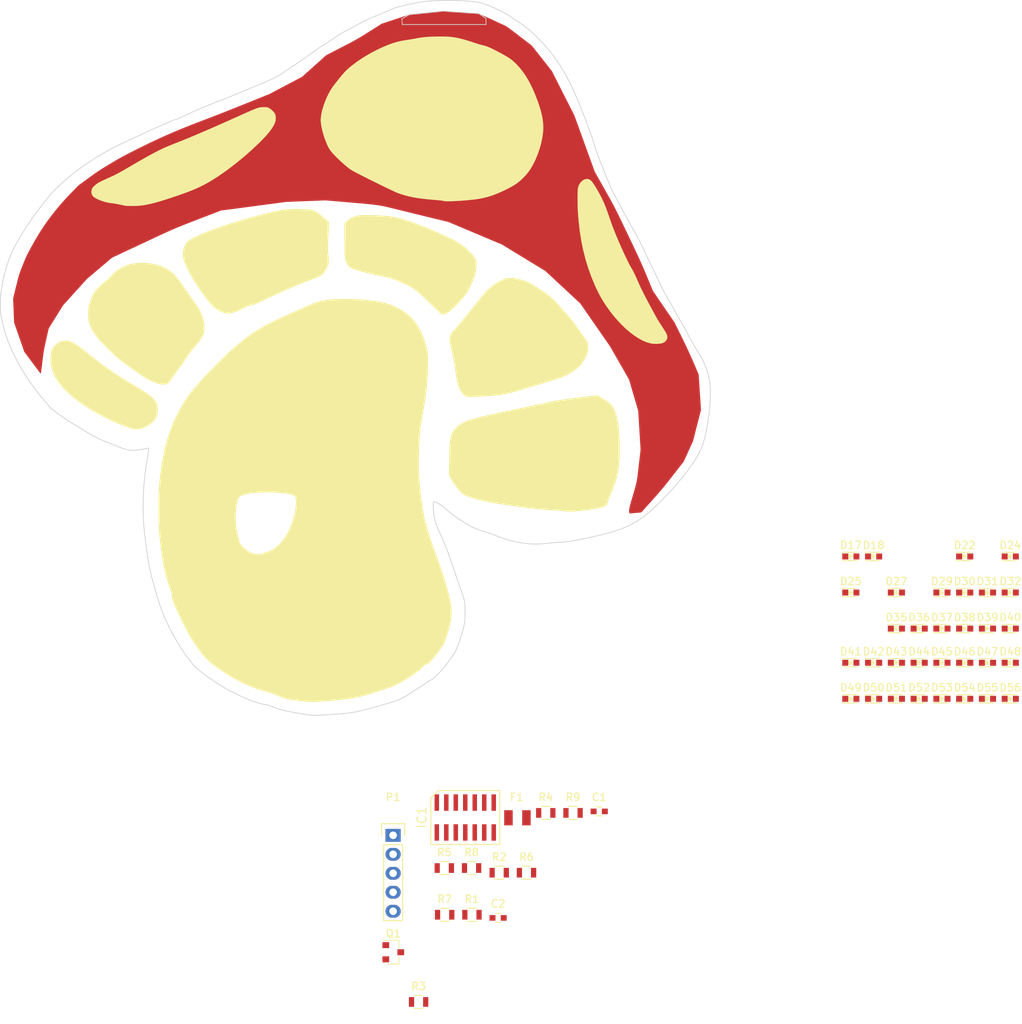
<source format=kicad_pcb>
(kicad_pcb (version 4) (host pcbnew 4.0.5+dfsg1-4)
  (layers (0 F.Cu signal) (31 B.Cu signal) (34 B.Paste user) (35 F.Paste user) (36 B.SilkS user) (37 F.SilkS user) (38 B.Mask user) (39 F.Mask user) (44 Edge.Cuts user))
  (net 0 "")
  (net 1 +BATT)
  (net 2 GND)
  (net 3 "Net-(D1-Pad2)")
  (net 4 "Net-(D1-Pad1)")
  (net 5 "Net-(D10-Pad1)")
  (net 6 "Net-(D10-Pad2)")
  (net 7 "Net-(D11-Pad2)")
  (net 8 "Net-(D12-Pad2)")
  (net 9 "Net-(D13-Pad2)")
  (net 10 "Net-(D14-Pad2)")
  (net 11 "Net-(BT1-Pad1)")
  (net 12 /TPICLK/CTOUCH_I)
  (net 13 /TPIDATA/CTOUCH_O)
  (net 14 /RST)
  (net 15 "Net-(IC1-Pad5)")
  (net 16 "Net-(IC1-Pad6)")
  (net 17 "Net-(IC1-Pad7)")
  (net 18 "Net-(IC1-Pad8)")
  (net 19 "Net-(IC1-Pad9)")
  (net 20 "Net-(IC1-Pad10)")
  (net 21 "Net-(IC1-Pad11)")
  (net 22 "Net-(IC1-Pad12)")
  (net 23 "Net-(IC1-Pad13)")
  (net 24 "Net-(BT1-Pad2)")
  (module LOGO (layer F.Cu) (at 104.14 75.692)
    (fp_text reference G*** hide)
    (fp_text value LOGO hide)
    (fp_poly (pts (xy 15.44174 -46.167213) (xy 15.872055 -46.137786) (xy 16.283102 -46.109295) (xy 16.665912 -46.08239) (xy 17.011515 -46.057719) (xy 17.310941 -46.035928) (xy 17.555221 -46.017666) (xy 17.735385 -46.00358) (xy 17.842462 -45.994319) (xy 17.85768 -45.99273) (xy 17.936929 -45.976576) (xy 18.050621 -45.941021) (xy 18.204732 -45.883552) (xy 18.405236 -45.801657) (xy 18.658111 -45.692823) (xy 18.96933 -45.554536) (xy 19.34487 -45.384285) (xy 19.783141 -45.183046) (xy 20.145134 -45.015875) (xy 20.489623 -44.856411) (xy 20.80764 -44.708832) (xy 21.090218 -44.577315) (xy 21.32839 -44.466038) (xy 21.51319 -44.37918) (xy 21.635649 -44.320918) (xy 21.67657 -44.300869) (xy 21.748704 -44.25554) (xy 21.88019 -44.163759) (xy 22.06356 -44.031075) (xy 22.291347 -43.863033) (xy 22.556084 -43.665181) (xy 22.850305 -43.443066) (xy 23.166544 -43.202234) (xy 23.497332 -42.948235) (xy 23.497609 -42.948021) (xy 25.124834 -41.693387) (xy 26.458334 -40.001493) (xy 27.791834 -38.3096) (xy 29.300757 -35.336717) (xy 30.809681 -32.363833) (xy 32.173825 -28.596166) (xy 33.537969 -24.8285) (xy 34.897298 -22.4155) (xy 35.125211 -22.010744) (xy 35.328821 -21.648315) (xy 35.511995 -21.320659) (xy 35.6786 -21.020221) (xy 35.832502 -20.739449) (xy 35.977569 -20.470788) (xy 36.117666 -20.206685) (xy 36.256662 -19.939585) (xy 36.398422 -19.661936) (xy 36.546814 -19.366184) (xy 36.705705 -19.044775) (xy 36.87896 -18.690154) (xy 37.070448 -18.29477) (xy 37.284035 -17.851067) (xy 37.523588 -17.351492) (xy 37.792973 -16.788491) (xy 38.007072 -16.340666) (xy 38.326611 -15.671382) (xy 38.612546 -15.070498) (xy 38.868384 -14.530315) (xy 39.097633 -14.043134) (xy 39.303799 -13.601256) (xy 39.49039 -13.19698) (xy 39.660913 -12.822608) (xy 39.818874 -12.47044) (xy 39.967781 -12.132777) (xy 40.11114 -11.801918) (xy 40.25246 -11.470165) (xy 40.395246 -11.129819) (xy 40.542737 -10.773833) (xy 41.327957 -8.868833) (xy 44.228205 -4.634555) (xy 45.188483 -2.687694) (xy 45.516818 -2.014195) (xy 45.839443 -1.337301) (xy 46.148321 -0.674353) (xy 46.435416 -0.042692) (xy 46.692691 0.54034) (xy 46.796998 0.783167) (xy 47.445235 2.307167) (xy 47.603056 4.677834) (xy 47.760876 7.0485) (xy 46.689138 11.2395) (xy 45.450476 13.964658) (xy 44.039863 15.775291) (xy 43.649014 16.27469) (xy 43.296549 16.719624) (xy 42.970902 17.123997) (xy 42.660513 17.50171) (xy 42.353818 17.866666) (xy 42.039254 18.232767) (xy 41.70526 18.613915) (xy 41.340271 19.024012) (xy 41.306541 19.061662) (xy 41.034617 19.365099) (xy 40.777013 19.65266) (xy 40.539864 19.917488) (xy 40.329307 20.152726) (xy 40.151478 20.351517) (xy 40.012512 20.507004) (xy 39.918546 20.61233) (xy 39.878 20.658025) (xy 39.832359 20.706095) (xy 39.783366 20.740806) (xy 39.715562 20.765859) (xy 39.613488 20.784954) (xy 39.461688 20.80179) (xy 39.244701 20.820068) (xy 39.1795 20.825214) (xy 38.94503 20.844233) (xy 38.72326 20.863289) (xy 38.536667 20.880383) (xy 38.407729 20.89351) (xy 38.391519 20.895401) (xy 38.270807 20.905705) (xy 38.208083 20.892646) (xy 38.17797 20.847661) (xy 38.169847 20.820596) (xy 38.14661 20.706739) (xy 38.138011 20.582117) (xy 38.14586 20.436599) (xy 38.171967 20.260052) (xy 38.218144 20.042343) (xy 38.286201 19.77334) (xy 38.377948 19.442909) (xy 38.476618 19.103783) (xy 38.624327 18.602447) (xy 38.750238 18.172336) (xy 38.856609 17.803501) (xy 38.945698 17.485991) (xy 39.019766 17.209855) (xy 39.081071 16.965143) (xy 39.131873 16.741905) (xy 39.17443 16.530189) (xy 39.211001 16.320046) (xy 39.243846 16.101524) (xy 39.275224 15.864673) (xy 39.307394 15.599543) (xy 39.342614 15.296182) (xy 39.344208 15.282334) (xy 39.387148 14.910333) (xy 39.432388 14.520421) (xy 39.477537 14.133085) (xy 39.5202 13.768807) (xy 39.557986 13.448074) (xy 39.587994 13.195593) (xy 39.6832 12.400019) (xy 39.523824 9.78776) (xy 39.364447 7.1755) (xy 38.749756 5.08) (xy 38.135064 2.9845) (xy 35.587134 -1.4605) (xy 33.595903 -4.330145) (xy 31.604673 -7.199791) (xy 29.267529 -9.371176) (xy 26.930384 -11.542561) (xy 21.113726 -15.088605) (xy 13.945706 -18.106511) (xy 11.894103 -18.602769) (xy 11.439097 -18.713102) (xy 10.919632 -18.839535) (xy 10.353412 -18.977731) (xy 9.758141 -19.123356) (xy 9.151524 -19.272071) (xy 8.551265 -19.419542) (xy 7.975067 -19.561431) (xy 7.440636 -19.693403) (xy 7.38001 -19.708403) (xy 6.996131 -19.80362) (xy 6.650096 -19.889478) (xy 6.335923 -19.966801) (xy 6.047629 -20.036411) (xy 5.779229 -20.099135) (xy 5.524743 -20.155795) (xy 5.278185 -20.207215) (xy 5.033573 -20.254221) (xy 4.784923 -20.297635) (xy 4.526253 -20.338283) (xy 4.251579 -20.376987) (xy 3.954918 -20.414573) (xy 3.630287 -20.451864) (xy 3.271702 -20.489685) (xy 2.873181 -20.528859) (xy 2.428739 -20.57021) (xy 1.932395 -20.614563) (xy 1.378165 -20.662742) (xy 0.760065 -20.715571) (xy 0.072113 -20.773874) (xy -0.691676 -20.838475) (xy -1.037166 -20.867738) (xy -2.518833 -20.993342) (xy -5.1435 -20.890728) (xy -7.768166 -20.788114) (xy -9.821333 -20.512369) (xy -10.299089 -20.448369) (xy -10.840863 -20.376077) (xy -11.426716 -20.298136) (xy -12.036709 -20.21719) (xy -12.650904 -20.135882) (xy -13.24936 -20.056857) (xy -13.81214 -19.982757) (xy -14.181666 -19.934252) (xy -16.488833 -19.631881) (xy -17.9705 -19.061577) (xy -18.668786 -18.792843) (xy -19.295293 -18.551642) (xy -19.8572 -18.334947) (xy -20.361687 -18.139729) (xy -20.815932 -17.96296) (xy -21.227116 -17.801611) (xy -21.602417 -17.652656) (xy -21.949014 -17.513065) (xy -22.274088 -17.37981) (xy -22.584816 -17.249863) (xy -22.888379 -17.120196) (xy -23.191956 -16.987781) (xy -23.502725 -16.849589) (xy -23.827867 -16.702593) (xy -24.174561 -16.543764) (xy -24.549985 -16.370074) (xy -24.96132 -16.178495) (xy -25.415744 -15.965998) (xy -25.920436 -15.729556) (xy -26.373666 -15.517163) (xy -26.824174 -15.306112) (xy -27.293978 -15.086066) (xy -27.769532 -14.863367) (xy -28.237291 -14.644356) (xy -28.683707 -14.435376) (xy -29.095236 -14.242768) (xy -29.458331 -14.072875) (xy -29.759446 -13.932037) (xy -29.7815 -13.921725) (xy -31.0515 -13.327922) (xy -34.418936 -10.4775) (xy -37.613166 -6.948918) (xy -38.577657 -5.395615) (xy -39.542147 -3.842312) (xy -39.876883 -2.355073) (xy -39.968459 -1.945579) (xy -40.043984 -1.599271) (xy -40.106506 -1.298273) (xy -40.159073 -1.024709) (xy -40.204733 -0.760704) (xy -40.246535 -0.488383) (xy -40.287525 -0.189871) (xy -40.330753 0.152708) (xy -40.379266 0.557229) (xy -40.39225 0.667353) (xy -40.434257 1.016768) (xy -40.474564 1.337671) (xy -40.511877 1.620831) (xy -40.544905 1.857016) (xy -40.572356 2.036993) (xy -40.592937 2.151529) (xy -40.605356 2.191393) (xy -40.605549 2.191353) (xy -40.636971 2.156086) (xy -40.713456 2.059843) (xy -40.82964 1.909662) (xy -40.980164 1.712582) (xy -41.159665 1.475642) (xy -41.362783 1.205879) (xy -41.584156 0.910332) (xy -41.720389 0.727748) (xy -42.80256 -0.72467) (xy -44.16279 -4.6355) (xy -44.229327 -6.244166) (xy -44.295864 -7.852833) (xy -43.901937 -9.4615) (xy -43.801765 -9.86976) (xy -43.717361 -10.209493) (xy -43.644439 -10.49443) (xy -43.578712 -10.738302) (xy -43.515894 -10.95484) (xy -43.451697 -11.157775) (xy -43.381837 -11.360836) (xy -43.302025 -11.577756) (xy -43.207976 -11.822263) (xy -43.095403 -12.108091) (xy -43.003261 -12.340166) (xy -42.854804 -12.711295) (xy -42.726971 -13.023453) (xy -42.611402 -13.294249) (xy -42.499741 -13.541293) (xy -42.383628 -13.782196) (xy -42.254708 -14.034568) (xy -42.104621 -14.316018) (xy -41.92501 -14.644157) (xy -41.817866 -14.837833) (xy -41.399723 -15.578958) (xy -41.0017 -16.255756) (xy -40.613976 -16.883098) (xy -40.226729 -17.475853) (xy -39.83014 -18.048891) (xy -39.414387 -18.617083) (xy -38.96965 -19.195298) (xy -38.791379 -19.420275) (xy -38.456091 -19.836585) (xy -38.152419 -20.204632) (xy -37.86369 -20.543416) (xy -37.573233 -20.871933) (xy -37.264375 -21.209184) (xy -36.920446 -21.574167) (xy -36.692496 -21.812109) (xy -35.581974 -22.965833) (xy -34.247256 -23.94494) (xy -33.869491 -24.220446) (xy -33.532945 -24.461752) (xy -33.221969 -24.679221) (xy -32.920916 -24.883215) (xy -32.614139 -25.084098) (xy -32.28599 -25.29223) (xy -31.920823 -25.517976) (xy -31.50299 -25.771697) (xy -31.347018 -25.865654) (xy -30.90991 -26.126969) (xy -30.515017 -26.35912) (xy -30.146056 -26.571019) (xy -29.786743 -26.771574) (xy -29.420794 -26.969697) (xy -29.031925 -27.174298) (xy -28.603853 -27.394286) (xy -28.120293 -27.638573) (xy -27.961166 -27.718332) (xy -27.205408 -28.094507) (xy -26.493615 -28.444086) (xy -25.816233 -28.771202) (xy -25.163708 -29.079988) (xy -24.526486 -29.374578) (xy -23.895012 -29.659104) (xy -23.259734 -29.937699) (xy -22.611096 -30.214497) (xy -21.939544 -30.49363) (xy -21.235525 -30.779232) (xy -20.489483 -31.075436) (xy -19.691866 -31.386374) (xy -18.833119 -31.716181) (xy -17.907 -32.067737) (xy -17.636161 -32.171115) (xy -17.296545 -32.302476) (xy -16.897838 -32.457991) (xy -16.449726 -32.633835) (xy -15.961895 -32.826178) (xy -15.444033 -33.031194) (xy -14.905824 -33.245055) (xy -14.356956 -33.463935) (xy -13.807114 -33.684004) (xy -13.265986 -33.901437) (xy -13.24823 -33.908587) (xy -10.007627 -35.213651) (xy -5.622213 -37.525085) (xy -4.015212 -38.966126) (xy -2.408212 -40.407166) (xy -0.325689 -41.482938) (xy 0.14758 -41.727901) (xy 0.557024 -41.941258) (xy 0.914354 -42.129652) (xy 1.231279 -42.299726) (xy 1.519511 -42.458121) (xy 1.790758 -42.611479) (xy 2.056733 -42.766444) (xy 2.329144 -42.929656) (xy 2.619703 -43.107759) (xy 2.94012 -43.307394) (xy 3.302105 -43.535204) (xy 3.386667 -43.588615) (xy 5.0165 -44.618519) (xy 6.858 -45.231041) (xy 8.6995 -45.843562) (xy 10.975574 -46.079769) (xy 13.251647 -46.315976) (xy 15.44174 -46.167213)) (layer F.Cu) (width 0.01))
  )
  (module LEDs:LED_0603 (layer F.Cu) (at 104.902 80.01 225)
    (fp_text reference D13 (at 0 -1.5 225) (layer F.SilkS))
    (fp_text value LED)
    (pad 2 smd rect (at 0.7493 0 45) (size 0.79756 0.79756) (layers F.Cu F.Paste F.Mask) (net 9 "Net-(D13-Pad2)"))
    (pad 1 smd rect (at -0.7493 0 45) (size 0.79756 0.79756) (layers F.Cu F.Paste F.Mask) (net 8 "Net-(D12-Pad2)"))
  )
  (module LOGO (layer F.Cu) (at 108.367714 160.3208)
    (fp_text reference G*** hide)
    (fp_text value LOGO hide)
  )
  (module LOGO (layer F.Cu) (at 104.14 75.692)
    (fp_text reference G*** hide)
    (fp_text value LOGO hide)
  )
  (module Capacitors_SMD:C_0603 (layer F.Cu) (at 138.279001 136.479)
    (fp_text reference C1 (at 0 -1.9) (layer F.SilkS))
    (fp_text value C)
    (pad 1 smd rect (at -0.75 0) (size 0.8 0.75) (layers F.Cu F.Paste F.Mask) (net 1 +BATT))
    (pad 2 smd rect (at 0.75 0) (size 0.8 0.75) (layers F.Cu F.Paste F.Mask) (net 2 GND))
  )
  (module Capacitors_SMD:C_0603 (layer F.Cu) (at 124.749001 150.729)
    (fp_text reference C2 (at 0 -1.9) (layer F.SilkS))
    (fp_text value C)
    (pad 1 smd rect (at -0.75 0) (size 0.8 0.75) (layers F.Cu F.Paste F.Mask) (net 1 +BATT))
    (pad 2 smd rect (at 0.75 0) (size 0.8 0.75) (layers F.Cu F.Paste F.Mask) (net 2 GND))
  )
  (module LEDs:LED_0603 (layer F.Cu) (at 90.17 77.724 90)
    (fp_text reference D1 (at 0 -1.5 90) (layer F.SilkS))
    (fp_text value LED)
    (pad 2 smd rect (at 0.7493 0 270) (size 0.79756 0.79756) (layers F.Cu F.Paste F.Mask) (net 3 "Net-(D1-Pad2)"))
    (pad 1 smd rect (at -0.7493 0 270) (size 0.79756 0.79756) (layers F.Cu F.Paste F.Mask) (net 4 "Net-(D1-Pad1)"))
  )
  (module LEDs:LED_0603 (layer F.Cu) (at 89.154 83.82 270)
    (fp_text reference D2 (at 0 -1.5 270) (layer F.SilkS))
    (fp_text value LED)
    (pad 2 smd rect (at 0.7493 0 90) (size 0.79756 0.79756) (layers F.Cu F.Paste F.Mask) (net 4 "Net-(D1-Pad1)"))
    (pad 1 smd rect (at -0.7493 0 90) (size 0.79756 0.79756) (layers F.Cu F.Paste F.Mask) (net 5 "Net-(D10-Pad1)"))
  )
  (module LEDs:LED_0603 (layer F.Cu) (at 88.138 89.916 270)
    (fp_text reference D3 (at 0 -1.5 270) (layer F.SilkS))
    (fp_text value LED)
    (pad 2 smd rect (at 0.7493 0 90) (size 0.79756 0.79756) (layers F.Cu F.Paste F.Mask) (net 5 "Net-(D10-Pad1)"))
    (pad 1 smd rect (at -0.7493 0 90) (size 0.79756 0.79756) (layers F.Cu F.Paste F.Mask) (net 6 "Net-(D10-Pad2)"))
  )
  (module LEDs:LED_0603 (layer F.Cu) (at 102.616 82.296 225)
    (fp_text reference D6 (at 0 -1.5 225) (layer F.SilkS))
    (fp_text value LED)
    (pad 2 smd rect (at 0.7493 0 45) (size 0.79756 0.79756) (layers F.Cu F.Paste F.Mask) (net 8 "Net-(D12-Pad2)"))
    (pad 1 smd rect (at -0.7493 0 45) (size 0.79756 0.79756) (layers F.Cu F.Paste F.Mask) (net 9 "Net-(D13-Pad2)"))
  )
  (module LEDs:LED_0603 (layer F.Cu) (at 102.616 85.852 135)
    (fp_text reference D7 (at 0 -1.5 135) (layer F.SilkS))
    (fp_text value LED)
    (pad 2 smd rect (at 0.7493 0 315) (size 0.79756 0.79756) (layers F.Cu F.Paste F.Mask) (net 9 "Net-(D13-Pad2)"))
    (pad 1 smd rect (at -0.7493 0 315) (size 0.79756 0.79756) (layers F.Cu F.Paste F.Mask) (net 10 "Net-(D14-Pad2)"))
  )
  (module LEDs:LED_0603 (layer F.Cu) (at 88.646 86.868 90)
    (fp_text reference D9 (at 0 -1.5 90) (layer F.SilkS))
    (fp_text value LED)
    (pad 2 smd rect (at 0.7493 0 270) (size 0.79756 0.79756) (layers F.Cu F.Paste F.Mask) (net 5 "Net-(D10-Pad1)"))
    (pad 1 smd rect (at -0.7493 0 270) (size 0.79756 0.79756) (layers F.Cu F.Paste F.Mask) (net 4 "Net-(D1-Pad1)"))
  )
  (module LEDs:LED_0603 (layer F.Cu) (at 100.076 77.724 270)
    (fp_text reference D10 (at 0 -1.5 270) (layer F.SilkS))
    (fp_text value LED)
    (pad 2 smd rect (at 0.7493 0 90) (size 0.79756 0.79756) (layers F.Cu F.Paste F.Mask) (net 6 "Net-(D10-Pad2)"))
    (pad 1 smd rect (at -0.7493 0 90) (size 0.79756 0.79756) (layers F.Cu F.Paste F.Mask) (net 5 "Net-(D10-Pad1)"))
  )
  (module LEDs:LED_0603 (layer F.Cu) (at 171.958 102.362)
    (fp_text reference D17 (at 0 -1.5) (layer F.SilkS))
    (fp_text value LED)
    (pad 2 smd rect (at 0.7493 0 180) (size 0.79756 0.79756) (layers F.Cu F.Paste F.Mask) (net 4 "Net-(D1-Pad1)"))
    (pad 1 smd rect (at -0.7493 0 180) (size 0.79756 0.79756) (layers F.Cu F.Paste F.Mask) (net 6 "Net-(D10-Pad2)"))
  )
  (module LEDs:LED_0603 (layer F.Cu) (at 112.014 45.466 90)
    (fp_text reference D19 (at 0 -1.5 90) (layer F.SilkS))
    (fp_text value LED)
    (pad 2 smd rect (at 0.7493 0 270) (size 0.79756 0.79756) (layers F.Cu F.Paste F.Mask) (net 5 "Net-(D10-Pad1)"))
    (pad 1 smd rect (at -0.7493 0 270) (size 0.79756 0.79756) (layers F.Cu F.Paste F.Mask) (net 7 "Net-(D11-Pad2)"))
  )
  (module LEDs:LED_0603 (layer F.Cu) (at 112.522 48.514 90)
    (fp_text reference D20 (at 0 -1.5 90) (layer F.SilkS))
    (fp_text value LED)
    (pad 2 smd rect (at 0.7493 0 270) (size 0.79756 0.79756) (layers F.Cu F.Paste F.Mask) (net 7 "Net-(D11-Pad2)"))
    (pad 1 smd rect (at -0.7493 0 270) (size 0.79756 0.79756) (layers F.Cu F.Paste F.Mask) (net 5 "Net-(D10-Pad1)"))
  )
  (module LEDs:LED_0603 (layer F.Cu) (at 171.958 107.188)
    (fp_text reference D25 (at 0 -1.5) (layer F.SilkS))
    (fp_text value LED)
    (pad 2 smd rect (at 0.7493 0 180) (size 0.79756 0.79756) (layers F.Cu F.Paste F.Mask) (net 4 "Net-(D1-Pad1)"))
    (pad 1 smd rect (at -0.7493 0 180) (size 0.79756 0.79756) (layers F.Cu F.Paste F.Mask) (net 7 "Net-(D11-Pad2)"))
  )
  (module LEDs:LED_0603 (layer F.Cu) (at 113.284 51.562 90)
    (fp_text reference D26 (at 0 -1.5 90) (layer F.SilkS))
    (fp_text value LED)
    (pad 2 smd rect (at 0.7493 0 270) (size 0.79756 0.79756) (layers F.Cu F.Paste F.Mask) (net 7 "Net-(D11-Pad2)"))
    (pad 1 smd rect (at -0.7493 0 270) (size 0.79756 0.79756) (layers F.Cu F.Paste F.Mask) (net 9 "Net-(D13-Pad2)"))
  )
  (module LEDs:LED_0603 (layer F.Cu) (at 184.15 107.188)
    (fp_text reference D29 (at 0 -1.5) (layer F.SilkS))
    (fp_text value LED)
    (pad 2 smd rect (at 0.7493 0 180) (size 0.79756 0.79756) (layers F.Cu F.Paste F.Mask) (net 5 "Net-(D10-Pad1)"))
    (pad 1 smd rect (at -0.7493 0 180) (size 0.79756 0.79756) (layers F.Cu F.Paste F.Mask) (net 8 "Net-(D12-Pad2)"))
  )
  (module LEDs:LED_0603 (layer F.Cu) (at 187.198 107.188)
    (fp_text reference D30 (at 0 -1.5) (layer F.SilkS))
    (fp_text value LED)
    (pad 2 smd rect (at 0.7493 0 180) (size 0.79756 0.79756) (layers F.Cu F.Paste F.Mask) (net 8 "Net-(D12-Pad2)"))
    (pad 1 smd rect (at -0.7493 0 180) (size 0.79756 0.79756) (layers F.Cu F.Paste F.Mask) (net 10 "Net-(D14-Pad2)"))
  )
  (module LEDs:LED_0603 (layer F.Cu) (at 190.246 107.188)
    (fp_text reference D31 (at 0 -1.5) (layer F.SilkS))
    (fp_text value LED)
    (pad 2 smd rect (at 0.7493 0 180) (size 0.79756 0.79756) (layers F.Cu F.Paste F.Mask) (net 8 "Net-(D12-Pad2)"))
    (pad 1 smd rect (at -0.7493 0 180) (size 0.79756 0.79756) (layers F.Cu F.Paste F.Mask) (net 5 "Net-(D10-Pad1)"))
  )
  (module LEDs:LED_0603 (layer F.Cu) (at 193.294 107.188)
    (fp_text reference D32 (at 0 -1.5) (layer F.SilkS))
    (fp_text value LED)
    (pad 2 smd rect (at 0.7493 0 180) (size 0.79756 0.79756) (layers F.Cu F.Paste F.Mask) (net 10 "Net-(D14-Pad2)"))
    (pad 1 smd rect (at -0.7493 0 180) (size 0.79756 0.79756) (layers F.Cu F.Paste F.Mask) (net 8 "Net-(D12-Pad2)"))
  )
  (module LEDs:LED_0603 (layer F.Cu) (at 120.142 40.132 270)
    (fp_text reference D33 (at 0 -1.5 270) (layer F.SilkS))
    (fp_text value LED)
    (pad 2 smd rect (at 0.7493 0 90) (size 0.79756 0.79756) (layers F.Cu F.Paste F.Mask) (net 6 "Net-(D10-Pad2)"))
    (pad 1 smd rect (at -0.7493 0 90) (size 0.79756 0.79756) (layers F.Cu F.Paste F.Mask) (net 9 "Net-(D13-Pad2)"))
  )
  (module LEDs:LED_0603 (layer F.Cu) (at 181.102 112.014)
    (fp_text reference D36 (at 0 -1.5) (layer F.SilkS))
    (fp_text value LED)
    (pad 2 smd rect (at 0.7493 0 180) (size 0.79756 0.79756) (layers F.Cu F.Paste F.Mask) (net 7 "Net-(D11-Pad2)"))
    (pad 1 smd rect (at -0.7493 0 180) (size 0.79756 0.79756) (layers F.Cu F.Paste F.Mask) (net 10 "Net-(D14-Pad2)"))
  )
  (module LEDs:LED_0603 (layer F.Cu) (at 187.198 112.014)
    (fp_text reference D38 (at 0 -1.5) (layer F.SilkS))
    (fp_text value LED)
    (pad 2 smd rect (at 0.7493 0 180) (size 0.79756 0.79756) (layers F.Cu F.Paste F.Mask) (net 10 "Net-(D14-Pad2)"))
    (pad 1 smd rect (at -0.7493 0 180) (size 0.79756 0.79756) (layers F.Cu F.Paste F.Mask) (net 7 "Net-(D11-Pad2)"))
  )
  (module LEDs:LED_0603 (layer F.Cu) (at 190.246 112.014)
    (fp_text reference D39 (at 0 -1.5) (layer F.SilkS))
    (fp_text value LED)
    (pad 2 smd rect (at 0.7493 0 180) (size 0.79756 0.79756) (layers F.Cu F.Paste F.Mask) (net 4 "Net-(D1-Pad1)"))
    (pad 1 smd rect (at -0.7493 0 180) (size 0.79756 0.79756) (layers F.Cu F.Paste F.Mask) (net 8 "Net-(D12-Pad2)"))
  )
  (module LEDs:LED_0603 (layer F.Cu) (at 175.006 116.586)
    (fp_text reference D42 (at 0 -1.5) (layer F.SilkS))
    (fp_text value LED)
    (pad 2 smd rect (at 0.7493 0 180) (size 0.79756 0.79756) (layers F.Cu F.Paste F.Mask) (net 9 "Net-(D13-Pad2)"))
    (pad 1 smd rect (at -0.7493 0 180) (size 0.79756 0.79756) (layers F.Cu F.Paste F.Mask) (net 5 "Net-(D10-Pad1)"))
  )
  (module LEDs:LED_0603 (layer F.Cu) (at 184.15 116.586)
    (fp_text reference D45 (at 0 -1.5) (layer F.SilkS))
    (fp_text value LED)
    (pad 2 smd rect (at 0.7493 0 180) (size 0.79756 0.79756) (layers F.Cu F.Paste F.Mask) (net 3 "Net-(D1-Pad2)"))
    (pad 1 smd rect (at -0.7493 0 180) (size 0.79756 0.79756) (layers F.Cu F.Paste F.Mask) (net 8 "Net-(D12-Pad2)"))
  )
  (module LEDs:LED_0603 (layer F.Cu) (at 187.198 116.586)
    (fp_text reference D46 (at 0 -1.5) (layer F.SilkS))
    (fp_text value LED)
    (pad 2 smd rect (at 0.7493 0 180) (size 0.79756 0.79756) (layers F.Cu F.Paste F.Mask) (net 8 "Net-(D12-Pad2)"))
    (pad 1 smd rect (at -0.7493 0 180) (size 0.79756 0.79756) (layers F.Cu F.Paste F.Mask) (net 3 "Net-(D1-Pad2)"))
  )
  (module LEDs:LED_0603 (layer F.Cu) (at 178.054 121.412)
    (fp_text reference D51 (at 0 -1.5) (layer F.SilkS))
    (fp_text value LED)
    (pad 2 smd rect (at 0.7493 0 180) (size 0.79756 0.79756) (layers F.Cu F.Paste F.Mask) (net 3 "Net-(D1-Pad2)"))
    (pad 1 smd rect (at -0.7493 0 180) (size 0.79756 0.79756) (layers F.Cu F.Paste F.Mask) (net 9 "Net-(D13-Pad2)"))
  )
  (module LEDs:LED_0603 (layer F.Cu) (at 184.15 121.412)
    (fp_text reference D53 (at 0 -1.5) (layer F.SilkS))
    (fp_text value LED)
    (pad 2 smd rect (at 0.7493 0 180) (size 0.79756 0.79756) (layers F.Cu F.Paste F.Mask) (net 4 "Net-(D1-Pad1)"))
    (pad 1 smd rect (at -0.7493 0 180) (size 0.79756 0.79756) (layers F.Cu F.Paste F.Mask) (net 10 "Net-(D14-Pad2)"))
  )
  (module LEDs:LED_0603 (layer F.Cu) (at 187.198 121.412)
    (fp_text reference D54 (at 0 -1.5) (layer F.SilkS))
    (fp_text value LED)
    (pad 2 smd rect (at 0.7493 0 180) (size 0.79756 0.79756) (layers F.Cu F.Paste F.Mask) (net 10 "Net-(D14-Pad2)"))
    (pad 1 smd rect (at -0.7493 0 180) (size 0.79756 0.79756) (layers F.Cu F.Paste F.Mask) (net 4 "Net-(D1-Pad1)"))
  )
  (module Fuse_Holders_and_Fuses:Fuse_SMD1206_Reflow (layer F.Cu) (at 127.337866 137.32982)
    (fp_text reference F1 (at -0.09906 -2.75082) (layer F.SilkS))
    (fp_text value Fuse)
    (pad 1 smd rect (at -1.20396 0 90) (size 2.02946 1.14046) (layers F.Cu F.Paste F.Mask) (net 1 +BATT))
    (pad 2 smd rect (at 1.20396 0 90) (size 2.02946 1.14046) (layers F.Cu F.Paste F.Mask) (net 11 "Net-(BT1-Pad1)"))
  )
  (module Pin_Headers:Pin_Header_Straight_1x05 (layer F.Cu) (at 110.697333 139.679)
    (fp_text reference P1 (at 0 -5.1) (layer F.SilkS))
    (fp_text value CONN_01X05)
    (pad 1 thru_hole rect (at 0 0) (size 2.032 1.7272) (drill 1.016) (layers *.Cu *.Mask) (net 12 /TPICLK/CTOUCH_I))
    (pad 2 thru_hole oval (at 0 2.54) (size 2.032 1.7272) (drill 1.016) (layers *.Cu *.Mask) (net 13 /TPIDATA/CTOUCH_O))
    (pad 3 thru_hole oval (at 0 5.08) (size 2.032 1.7272) (drill 1.016) (layers *.Cu *.Mask) (net 14 /RST))
    (pad 4 thru_hole oval (at 0 7.62) (size 2.032 1.7272) (drill 1.016) (layers *.Cu *.Mask) (net 1 +BATT))
    (pad 5 thru_hole oval (at 0 10.16) (size 2.032 1.7272) (drill 1.016) (layers *.Cu *.Mask) (net 2 GND))
  )
  (module TO_SOT_Packages_SMD:SOT-23 (layer F.Cu) (at 110.721143 155.329)
    (fp_text reference Q1 (at 0 -2.5) (layer F.SilkS))
    (fp_text value Q_NMOS_DGS)
    (pad 1 smd rect (at -1 -0.95) (size 0.9 0.8) (layers F.Cu F.Paste F.Mask) (net 24 "Net-(BT1-Pad2)"))
    (pad 2 smd rect (at -1 0.95) (size 0.9 0.8) (layers F.Cu F.Paste F.Mask) (net 1 +BATT))
    (pad 3 smd rect (at 1 0) (size 0.9 0.8) (layers F.Cu F.Paste F.Mask) (net 2 GND))
  )
  (module Resistors_SMD:R_0805 (layer F.Cu) (at 121.249001 150.309)
    (fp_text reference R1 (at 0 -2.1) (layer F.SilkS))
    (fp_text value R)
    (pad 1 smd rect (at -0.95 0) (size 0.7 1.3) (layers F.Cu F.Paste F.Mask) (net 3 "Net-(D1-Pad2)"))
    (pad 2 smd rect (at 0.95 0) (size 0.7 1.3) (layers F.Cu F.Paste F.Mask) (net 23 "Net-(IC1-Pad13)"))
  )
  (module Resistors_SMD:R_0805 (layer F.Cu) (at 124.899001 144.679)
    (fp_text reference R2 (at 0 -2.1) (layer F.SilkS))
    (fp_text value R)
    (pad 1 smd rect (at -0.95 0) (size 0.7 1.3) (layers F.Cu F.Paste F.Mask) (net 4 "Net-(D1-Pad1)"))
    (pad 2 smd rect (at 0.95 0) (size 0.7 1.3) (layers F.Cu F.Paste F.Mask) (net 22 "Net-(IC1-Pad12)"))
  )
  (module Resistors_SMD:R_0805 (layer F.Cu) (at 114.109001 161.979)
    (fp_text reference R3 (at 0 -2.1) (layer F.SilkS))
    (fp_text value R)
    (pad 1 smd rect (at -0.95 0) (size 0.7 1.3) (layers F.Cu F.Paste F.Mask) (net 5 "Net-(D10-Pad1)"))
    (pad 2 smd rect (at 0.95 0) (size 0.7 1.3) (layers F.Cu F.Paste F.Mask) (net 21 "Net-(IC1-Pad11)"))
  )
  (module Resistors_SMD:R_0805 (layer F.Cu) (at 131.129001 136.679)
    (fp_text reference R4 (at 0 -2.1) (layer F.SilkS))
    (fp_text value R)
    (pad 1 smd rect (at -0.95 0) (size 0.7 1.3) (layers F.Cu F.Paste F.Mask) (net 6 "Net-(D10-Pad2)"))
    (pad 2 smd rect (at 0.95 0) (size 0.7 1.3) (layers F.Cu F.Paste F.Mask) (net 20 "Net-(IC1-Pad10)"))
  )
  (module Resistors_SMD:R_0805 (layer F.Cu) (at 117.549001 144.059)
    (fp_text reference R5 (at 0 -2.1) (layer F.SilkS))
    (fp_text value R)
    (pad 1 smd rect (at -0.95 0) (size 0.7 1.3) (layers F.Cu F.Paste F.Mask) (net 7 "Net-(D11-Pad2)"))
    (pad 2 smd rect (at 0.95 0) (size 0.7 1.3) (layers F.Cu F.Paste F.Mask) (net 19 "Net-(IC1-Pad9)"))
  )
  (module Resistors_SMD:R_0805 (layer F.Cu) (at 128.549001 144.679)
    (fp_text reference R6 (at 0 -2.1) (layer F.SilkS))
    (fp_text value R)
    (pad 1 smd rect (at -0.95 0) (size 0.7 1.3) (layers F.Cu F.Paste F.Mask) (net 8 "Net-(D12-Pad2)"))
    (pad 2 smd rect (at 0.95 0) (size 0.7 1.3) (layers F.Cu F.Paste F.Mask) (net 18 "Net-(IC1-Pad8)"))
  )
  (module Resistors_SMD:R_0805 (layer F.Cu) (at 117.599001 150.309)
    (fp_text reference R7 (at 0 -2.1) (layer F.SilkS))
    (fp_text value R)
    (pad 1 smd rect (at -0.95 0) (size 0.7 1.3) (layers F.Cu F.Paste F.Mask) (net 9 "Net-(D13-Pad2)"))
    (pad 2 smd rect (at 0.95 0) (size 0.7 1.3) (layers F.Cu F.Paste F.Mask) (net 17 "Net-(IC1-Pad7)"))
  )
  (module Resistors_SMD:R_0805 (layer F.Cu) (at 121.199001 144.059)
    (fp_text reference R8 (at 0 -2.1) (layer F.SilkS))
    (fp_text value R)
    (pad 1 smd rect (at -0.95 0) (size 0.7 1.3) (layers F.Cu F.Paste F.Mask) (net 10 "Net-(D14-Pad2)"))
    (pad 2 smd rect (at 0.95 0) (size 0.7 1.3) (layers F.Cu F.Paste F.Mask) (net 16 "Net-(IC1-Pad6)"))
  )
  (module Resistors_SMD:R_0805 (layer F.Cu) (at 134.779001 136.679)
    (fp_text reference R9 (at 0 -2.1) (layer F.SilkS))
    (fp_text value R)
    (pad 1 smd rect (at -0.95 0) (size 0.7 1.3) (layers F.Cu F.Paste F.Mask) (net 14 /RST))
    (pad 2 smd rect (at 0.95 0) (size 0.7 1.3) (layers F.Cu F.Paste F.Mask) (net 1 +BATT))
  )
  (module LEDs:LED_0603 (layer F.Cu) (at 99.06 83.82 90)
    (fp_text reference D4 (at 0 -1.5 90) (layer F.SilkS))
    (fp_text value LED)
    (pad 2 smd rect (at 0.7493 0 270) (size 0.79756 0.79756) (layers F.Cu F.Paste F.Mask) (net 6 "Net-(D10-Pad2)"))
    (pad 1 smd rect (at -0.7493 0 270) (size 0.79756 0.79756) (layers F.Cu F.Paste F.Mask) (net 7 "Net-(D11-Pad2)"))
  )
  (module LEDs:LED_0603 (layer F.Cu) (at 98.552 86.868 90)
    (fp_text reference D5 (at 0 -1.5 90) (layer F.SilkS))
    (fp_text value LED)
    (pad 2 smd rect (at 0.7493 0 270) (size 0.79756 0.79756) (layers F.Cu F.Paste F.Mask) (net 7 "Net-(D11-Pad2)"))
    (pad 1 smd rect (at -0.7493 0 270) (size 0.79756 0.79756) (layers F.Cu F.Paste F.Mask) (net 8 "Net-(D12-Pad2)"))
  )
  (module LEDs:LED_0603 (layer F.Cu) (at 89.662 80.772 90)
    (fp_text reference D8 (at 0 -1.5 90) (layer F.SilkS))
    (fp_text value LED)
    (pad 2 smd rect (at 0.7493 0 270) (size 0.79756 0.79756) (layers F.Cu F.Paste F.Mask) (net 4 "Net-(D1-Pad1)"))
    (pad 1 smd rect (at -0.7493 0 270) (size 0.79756 0.79756) (layers F.Cu F.Paste F.Mask) (net 3 "Net-(D1-Pad2)"))
  )
  (module LEDs:LED_0603 (layer F.Cu) (at 99.568 80.772 90)
    (fp_text reference D11 (at 0 -1.5 90) (layer F.SilkS))
    (fp_text value LED)
    (pad 2 smd rect (at 0.7493 0 270) (size 0.79756 0.79756) (layers F.Cu F.Paste F.Mask) (net 7 "Net-(D11-Pad2)"))
    (pad 1 smd rect (at -0.7493 0 270) (size 0.79756 0.79756) (layers F.Cu F.Paste F.Mask) (net 6 "Net-(D10-Pad2)"))
  )
  (module LEDs:LED_0603 (layer F.Cu) (at 98.044 89.916 90)
    (fp_text reference D12 (at 0 -1.5 90) (layer F.SilkS))
    (fp_text value LED)
    (pad 2 smd rect (at 0.7493 0 270) (size 0.79756 0.79756) (layers F.Cu F.Paste F.Mask) (net 8 "Net-(D12-Pad2)"))
    (pad 1 smd rect (at -0.7493 0 270) (size 0.79756 0.79756) (layers F.Cu F.Paste F.Mask) (net 7 "Net-(D11-Pad2)"))
  )
  (module LEDs:LED_0603 (layer F.Cu) (at 104.902 88.138 135)
    (fp_text reference D14 (at 0 -1.5 135) (layer F.SilkS))
    (fp_text value LED)
    (pad 2 smd rect (at 0.7493 0 315) (size 0.79756 0.79756) (layers F.Cu F.Paste F.Mask) (net 10 "Net-(D14-Pad2)"))
    (pad 1 smd rect (at -0.7493 0 315) (size 0.79756 0.79756) (layers F.Cu F.Paste F.Mask) (net 9 "Net-(D13-Pad2)"))
  )
  (module LEDs:LED_0603 (layer F.Cu) (at 110.998 39.37 90)
    (fp_text reference D15 (at 0 -1.5 90) (layer F.SilkS))
    (fp_text value LED)
    (pad 2 smd rect (at 0.7493 0 270) (size 0.79756 0.79756) (layers F.Cu F.Paste F.Mask) (net 3 "Net-(D1-Pad2)"))
    (pad 1 smd rect (at -0.7493 0 270) (size 0.79756 0.79756) (layers F.Cu F.Paste F.Mask) (net 5 "Net-(D10-Pad1)"))
  )
  (module LEDs:LED_0603 (layer F.Cu) (at 111.506 42.418 90)
    (fp_text reference D16 (at 0 -1.5 90) (layer F.SilkS))
    (fp_text value LED)
    (pad 2 smd rect (at 0.7493 0 270) (size 0.79756 0.79756) (layers F.Cu F.Paste F.Mask) (net 5 "Net-(D10-Pad1)"))
    (pad 1 smd rect (at -0.7493 0 270) (size 0.79756 0.79756) (layers F.Cu F.Paste F.Mask) (net 3 "Net-(D1-Pad2)"))
  )
  (module LEDs:LED_0603 (layer F.Cu) (at 175.006 102.362)
    (fp_text reference D18 (at 0 -1.5) (layer F.SilkS))
    (fp_text value LED)
    (pad 2 smd rect (at 0.7493 0 180) (size 0.79756 0.79756) (layers F.Cu F.Paste F.Mask) (net 6 "Net-(D10-Pad2)"))
    (pad 1 smd rect (at -0.7493 0 180) (size 0.79756 0.79756) (layers F.Cu F.Paste F.Mask) (net 4 "Net-(D1-Pad1)"))
  )
  (module LEDs:LED_0603 (layer F.Cu) (at 117.094 45.72 270)
    (fp_text reference D21 (at 0 -1.5 270) (layer F.SilkS))
    (fp_text value LED)
    (pad 2 smd rect (at 0.7493 0 90) (size 0.79756 0.79756) (layers F.Cu F.Paste F.Mask) (net 3 "Net-(D1-Pad2)"))
    (pad 1 smd rect (at -0.7493 0 90) (size 0.79756 0.79756) (layers F.Cu F.Paste F.Mask) (net 6 "Net-(D10-Pad2)"))
  )
  (module LEDs:LED_0603 (layer F.Cu) (at 187.198 102.362)
    (fp_text reference D22 (at 0 -1.5) (layer F.SilkS))
    (fp_text value LED)
    (pad 2 smd rect (at 0.7493 0 180) (size 0.79756 0.79756) (layers F.Cu F.Paste F.Mask) (net 6 "Net-(D10-Pad2)"))
    (pad 1 smd rect (at -0.7493 0 180) (size 0.79756 0.79756) (layers F.Cu F.Paste F.Mask) (net 8 "Net-(D12-Pad2)"))
  )
  (module LEDs:LED_0603 (layer F.Cu) (at 118.618 42.926 270)
    (fp_text reference D23 (at 0 -1.5 270) (layer F.SilkS))
    (fp_text value LED)
    (pad 2 smd rect (at 0.7493 0 90) (size 0.79756 0.79756) (layers F.Cu F.Paste F.Mask) (net 6 "Net-(D10-Pad2)"))
    (pad 1 smd rect (at -0.7493 0 90) (size 0.79756 0.79756) (layers F.Cu F.Paste F.Mask) (net 3 "Net-(D1-Pad2)"))
  )
  (module LEDs:LED_0603 (layer F.Cu) (at 193.294 102.362)
    (fp_text reference D24 (at 0 -1.5) (layer F.SilkS))
    (fp_text value LED)
    (pad 2 smd rect (at 0.7493 0 180) (size 0.79756 0.79756) (layers F.Cu F.Paste F.Mask) (net 8 "Net-(D12-Pad2)"))
    (pad 1 smd rect (at -0.7493 0 180) (size 0.79756 0.79756) (layers F.Cu F.Paste F.Mask) (net 6 "Net-(D10-Pad2)"))
  )
  (module LEDs:LED_0603 (layer F.Cu) (at 178.054 107.188)
    (fp_text reference D27 (at 0 -1.5) (layer F.SilkS))
    (fp_text value LED)
    (pad 2 smd rect (at 0.7493 0 180) (size 0.79756 0.79756) (layers F.Cu F.Paste F.Mask) (net 7 "Net-(D11-Pad2)"))
    (pad 1 smd rect (at -0.7493 0 180) (size 0.79756 0.79756) (layers F.Cu F.Paste F.Mask) (net 4 "Net-(D1-Pad1)"))
  )
  (module LEDs:LED_0603 (layer F.Cu) (at 115.316 48.514 270)
    (fp_text reference D28 (at 0 -1.5 270) (layer F.SilkS))
    (fp_text value LED)
    (pad 2 smd rect (at 0.7493 0 90) (size 0.79756 0.79756) (layers F.Cu F.Paste F.Mask) (net 9 "Net-(D13-Pad2)"))
    (pad 1 smd rect (at -0.7493 0 90) (size 0.79756 0.79756) (layers F.Cu F.Paste F.Mask) (net 7 "Net-(D11-Pad2)"))
  )
  (module LEDs:LED_0603 (layer F.Cu) (at 121.666 37.338 270)
    (fp_text reference D34 (at 0 -1.5 270) (layer F.SilkS))
    (fp_text value LED)
    (pad 2 smd rect (at 0.7493 0 90) (size 0.79756 0.79756) (layers F.Cu F.Paste F.Mask) (net 9 "Net-(D13-Pad2)"))
    (pad 1 smd rect (at -0.7493 0 90) (size 0.79756 0.79756) (layers F.Cu F.Paste F.Mask) (net 6 "Net-(D10-Pad2)"))
  )
  (module LEDs:LED_0603 (layer F.Cu) (at 178.054 112.014)
    (fp_text reference D35 (at 0 -1.5) (layer F.SilkS))
    (fp_text value LED)
    (pad 2 smd rect (at 0.7493 0 180) (size 0.79756 0.79756) (layers F.Cu F.Paste F.Mask) (net 3 "Net-(D1-Pad2)"))
    (pad 1 smd rect (at -0.7493 0 180) (size 0.79756 0.79756) (layers F.Cu F.Paste F.Mask) (net 7 "Net-(D11-Pad2)"))
  )
  (module LEDs:LED_0603 (layer F.Cu) (at 184.15 112.014)
    (fp_text reference D37 (at 0 -1.5) (layer F.SilkS))
    (fp_text value LED)
    (pad 2 smd rect (at 0.7493 0 180) (size 0.79756 0.79756) (layers F.Cu F.Paste F.Mask) (net 7 "Net-(D11-Pad2)"))
    (pad 1 smd rect (at -0.7493 0 180) (size 0.79756 0.79756) (layers F.Cu F.Paste F.Mask) (net 3 "Net-(D1-Pad2)"))
  )
  (module LEDs:LED_0603 (layer F.Cu) (at 193.294 112.014)
    (fp_text reference D40 (at 0 -1.5) (layer F.SilkS))
    (fp_text value LED)
    (pad 2 smd rect (at 0.7493 0 180) (size 0.79756 0.79756) (layers F.Cu F.Paste F.Mask) (net 8 "Net-(D12-Pad2)"))
    (pad 1 smd rect (at -0.7493 0 180) (size 0.79756 0.79756) (layers F.Cu F.Paste F.Mask) (net 4 "Net-(D1-Pad1)"))
  )
  (module LEDs:LED_0603 (layer F.Cu) (at 171.958 116.586)
    (fp_text reference D41 (at 0 -1.5) (layer F.SilkS))
    (fp_text value LED)
    (pad 2 smd rect (at 0.7493 0 180) (size 0.79756 0.79756) (layers F.Cu F.Paste F.Mask) (net 5 "Net-(D10-Pad1)"))
    (pad 1 smd rect (at -0.7493 0 180) (size 0.79756 0.79756) (layers F.Cu F.Paste F.Mask) (net 9 "Net-(D13-Pad2)"))
  )
  (module LEDs:LED_0603 (layer F.Cu) (at 178.054 116.586)
    (fp_text reference D43 (at 0 -1.5) (layer F.SilkS))
    (fp_text value LED)
    (pad 2 smd rect (at 0.7493 0 180) (size 0.79756 0.79756) (layers F.Cu F.Paste F.Mask) (net 6 "Net-(D10-Pad2)"))
    (pad 1 smd rect (at -0.7493 0 180) (size 0.79756 0.79756) (layers F.Cu F.Paste F.Mask) (net 10 "Net-(D14-Pad2)"))
  )
  (module LEDs:LED_0603 (layer F.Cu) (at 181.102 116.586)
    (fp_text reference D44 (at 0 -1.5) (layer F.SilkS))
    (fp_text value LED)
    (pad 2 smd rect (at 0.7493 0 180) (size 0.79756 0.79756) (layers F.Cu F.Paste F.Mask) (net 10 "Net-(D14-Pad2)"))
    (pad 1 smd rect (at -0.7493 0 180) (size 0.79756 0.79756) (layers F.Cu F.Paste F.Mask) (net 6 "Net-(D10-Pad2)"))
  )
  (module LEDs:LED_0603 (layer F.Cu) (at 190.246 116.586)
    (fp_text reference D47 (at 0 -1.5) (layer F.SilkS))
    (fp_text value LED)
    (pad 2 smd rect (at 0.7493 0 180) (size 0.79756 0.79756) (layers F.Cu F.Paste F.Mask) (net 3 "Net-(D1-Pad2)"))
    (pad 1 smd rect (at -0.7493 0 180) (size 0.79756 0.79756) (layers F.Cu F.Paste F.Mask) (net 9 "Net-(D13-Pad2)"))
  )
  (module LEDs:LED_0603 (layer F.Cu) (at 193.294 116.586)
    (fp_text reference D48 (at 0 -1.5) (layer F.SilkS))
    (fp_text value LED)
    (pad 2 smd rect (at 0.7493 0 180) (size 0.79756 0.79756) (layers F.Cu F.Paste F.Mask) (net 9 "Net-(D13-Pad2)"))
    (pad 1 smd rect (at -0.7493 0 180) (size 0.79756 0.79756) (layers F.Cu F.Paste F.Mask) (net 3 "Net-(D1-Pad2)"))
  )
  (module LEDs:LED_0603 (layer F.Cu) (at 171.958 121.412)
    (fp_text reference D49 (at 0 -1.5) (layer F.SilkS))
    (fp_text value LED)
    (pad 2 smd rect (at 0.7493 0 180) (size 0.79756 0.79756) (layers F.Cu F.Paste F.Mask) (net 5 "Net-(D10-Pad1)"))
    (pad 1 smd rect (at -0.7493 0 180) (size 0.79756 0.79756) (layers F.Cu F.Paste F.Mask) (net 10 "Net-(D14-Pad2)"))
  )
  (module LEDs:LED_0603 (layer F.Cu) (at 175.006 121.412)
    (fp_text reference D50 (at 0 -1.5) (layer F.SilkS))
    (fp_text value LED)
    (pad 2 smd rect (at 0.7493 0 180) (size 0.79756 0.79756) (layers F.Cu F.Paste F.Mask) (net 5 "Net-(D10-Pad1)"))
    (pad 1 smd rect (at -0.7493 0 180) (size 0.79756 0.79756) (layers F.Cu F.Paste F.Mask) (net 10 "Net-(D14-Pad2)"))
  )
  (module LEDs:LED_0603 (layer F.Cu) (at 181.102 121.412)
    (fp_text reference D52 (at 0 -1.5) (layer F.SilkS))
    (fp_text value LED)
    (pad 2 smd rect (at 0.7493 0 180) (size 0.79756 0.79756) (layers F.Cu F.Paste F.Mask) (net 9 "Net-(D13-Pad2)"))
    (pad 1 smd rect (at -0.7493 0 180) (size 0.79756 0.79756) (layers F.Cu F.Paste F.Mask) (net 3 "Net-(D1-Pad2)"))
  )
  (module LEDs:LED_0603 (layer F.Cu) (at 190.246 121.412)
    (fp_text reference D55 (at 0 -1.5) (layer F.SilkS))
    (fp_text value LED)
    (pad 2 smd rect (at 0.7493 0 180) (size 0.79756 0.79756) (layers F.Cu F.Paste F.Mask) (net 3 "Net-(D1-Pad2)"))
    (pad 1 smd rect (at -0.7493 0 180) (size 0.79756 0.79756) (layers F.Cu F.Paste F.Mask) (net 10 "Net-(D14-Pad2)"))
  )
  (module LEDs:LED_0603 (layer F.Cu) (at 193.294 121.412)
    (fp_text reference D56 (at 0 -1.5) (layer F.SilkS))
    (fp_text value LED)
    (pad 2 smd rect (at 0.7493 0 180) (size 0.79756 0.79756) (layers F.Cu F.Paste F.Mask) (net 10 "Net-(D14-Pad2)"))
    (pad 1 smd rect (at -0.7493 0 180) (size 0.79756 0.79756) (layers F.Cu F.Paste F.Mask) (net 3 "Net-(D1-Pad2)"))
  )
  (module spang_badge:ATTINY20_SOIC-14 (layer F.Cu) (at 120.352571 137.2965)
    (fp_text reference IC1 (at -5.81 0 90) (layer F.SilkS) (effects (font (size 1.2 1.2))))
    (fp_text value ATTINY20-X)
    (pad 14 smd rect (at -3.81 -2) (size 0.6 2.2) (layers F.Cu F.Paste F.Mask) (net 2 GND))
    (pad 1 smd rect (at -3.81 2) (size 0.6 2.2) (layers F.Cu F.Paste F.Mask) (net 1 +BATT))
    (pad 13 smd rect (at -2.54 -2) (size 0.6 2.2) (layers F.Cu F.Paste F.Mask) (net 23 "Net-(IC1-Pad13)"))
    (pad 2 smd rect (at -2.54 2) (size 0.6 2.2) (layers F.Cu F.Paste F.Mask) (net 12 /TPICLK/CTOUCH_I))
    (pad 12 smd rect (at -1.27 -2) (size 0.6 2.2) (layers F.Cu F.Paste F.Mask) (net 22 "Net-(IC1-Pad12)"))
    (pad 3 smd rect (at -1.27 2) (size 0.6 2.2) (layers F.Cu F.Paste F.Mask) (net 13 /TPIDATA/CTOUCH_O))
    (pad 11 smd rect (at 0 -2) (size 0.6 2.2) (layers F.Cu F.Paste F.Mask) (net 21 "Net-(IC1-Pad11)"))
    (pad 4 smd rect (at 0 2) (size 0.6 2.2) (layers F.Cu F.Paste F.Mask) (net 14 /RST))
    (pad 10 smd rect (at 1.27 -2) (size 0.6 2.2) (layers F.Cu F.Paste F.Mask) (net 20 "Net-(IC1-Pad10)"))
    (pad 5 smd rect (at 1.27 2) (size 0.6 2.2) (layers F.Cu F.Paste F.Mask) (net 15 "Net-(IC1-Pad5)"))
    (pad 9 smd rect (at 2.54 -2) (size 0.6 2.2) (layers F.Cu F.Paste F.Mask) (net 19 "Net-(IC1-Pad9)"))
    (pad 6 smd rect (at 2.54 2) (size 0.6 2.2) (layers F.Cu F.Paste F.Mask) (net 16 "Net-(IC1-Pad6)"))
    (pad 8 smd rect (at 3.81 -2) (size 0.6 2.2) (layers F.Cu F.Paste F.Mask) (net 18 "Net-(IC1-Pad8)"))
    (pad 7 smd rect (at 3.81 2) (size 0.6 2.2) (layers F.Cu F.Paste F.Mask) (net 17 "Net-(IC1-Pad7)"))
  )
  (gr_line (start 99.322421 123.541116) (end 98.675389 123.452416) (layer Edge.Cuts) (width 0.1))
  (gr_line (start 98.675389 123.452416) (end 97.966972 123.338351) (layer Edge.Cuts) (width 0.1))
  (gr_line (start 97.966972 123.338351) (end 97.235642 123.205231) (layer Edge.Cuts) (width 0.1))
  (gr_line (start 97.235642 123.205231) (end 96.519876 123.059363) (layer Edge.Cuts) (width 0.1))
  (gr_line (start 96.519876 123.059363) (end 95.858147 122.907056) (layer Edge.Cuts) (width 0.1))
  (gr_line (start 95.858147 122.907056) (end 95.28893 122.754619) (layer Edge.Cuts) (width 0.1))
  (gr_line (start 95.28893 122.754619) (end 94.8507 122.60836) (layer Edge.Cuts) (width 0.1))
  (gr_line (start 94.8507 122.60836) (end 94.692728 122.53952) (layer Edge.Cuts) (width 0.1))
  (gr_line (start 94.692728 122.53952) (end 94.581931 122.47459) (layer Edge.Cuts) (width 0.1))
  (gr_line (start 94.581931 122.47459) (end 94.447893 122.41451) (layer Edge.Cuts) (width 0.1))
  (gr_line (start 94.447893 122.41451) (end 94.203602 122.33216) (layer Edge.Cuts) (width 0.1))
  (gr_line (start 94.203602 122.33216) (end 93.917718 122.25132) (layer Edge.Cuts) (width 0.1))
  (gr_line (start 93.917718 122.25132) (end 93.658901 122.19576) (layer Edge.Cuts) (width 0.1))
  (gr_line (start 93.658901 122.19576) (end 93.110359 122.087654) (layer Edge.Cuts) (width 0.1))
  (gr_line (start 93.110359 122.087654) (end 92.543379 121.93519) (layer Edge.Cuts) (width 0.1))
  (gr_line (start 92.543379 121.93519) (end 91.956935 121.741361) (layer Edge.Cuts) (width 0.1))
  (gr_line (start 91.956935 121.741361) (end 91.349998 121.509158) (layer Edge.Cuts) (width 0.1))
  (gr_line (start 91.349998 121.509158) (end 90.721541 121.241573) (layer Edge.Cuts) (width 0.1))
  (gr_line (start 90.721541 121.241573) (end 90.070536 120.941599) (layer Edge.Cuts) (width 0.1))
  (gr_line (start 90.070536 120.941599) (end 88.696771 120.256449) (layer Edge.Cuts) (width 0.1))
  (gr_line (start 88.696771 120.256449) (end 88.185018 119.971508) (layer Edge.Cuts) (width 0.1))
  (gr_line (start 88.185018 119.971508) (end 87.577302 119.601001) (layer Edge.Cuts) (width 0.1))
  (gr_line (start 87.577302 119.601001) (end 86.915558 119.17384) (layer Edge.Cuts) (width 0.1))
  (gr_line (start 86.915558 119.17384) (end 86.241723 118.71894) (layer Edge.Cuts) (width 0.1))
  (gr_line (start 86.241723 118.71894) (end 85.597732 118.265214) (layer Edge.Cuts) (width 0.1))
  (gr_line (start 85.597732 118.265214) (end 85.025519 117.841576) (layer Edge.Cuts) (width 0.1))
  (gr_line (start 85.025519 117.841576) (end 84.56702 117.476941) (layer Edge.Cuts) (width 0.1))
  (gr_line (start 84.56702 117.476941) (end 84.264171 117.200221) (layer Edge.Cuts) (width 0.1))
  (gr_line (start 84.264171 117.200221) (end 83.965025 116.870531) (layer Edge.Cuts) (width 0.1))
  (gr_line (start 83.965025 116.870531) (end 83.660689 116.509147) (layer Edge.Cuts) (width 0.1))
  (gr_line (start 83.660689 116.509147) (end 83.042691 115.701774) (layer Edge.Cuts) (width 0.1))
  (gr_line (start 83.042691 115.701774) (end 82.422661 114.799057) (layer Edge.Cuts) (width 0.1))
  (gr_line (start 82.422661 114.799057) (end 81.813086 113.821953) (layer Edge.Cuts) (width 0.1))
  (gr_line (start 81.813086 113.821953) (end 81.226452 112.791416) (layer Edge.Cuts) (width 0.1))
  (gr_line (start 81.226452 112.791416) (end 80.675244 111.728403) (layer Edge.Cuts) (width 0.1))
  (gr_line (start 80.675244 111.728403) (end 80.171948 110.653869) (layer Edge.Cuts) (width 0.1))
  (gr_line (start 80.171948 110.653869) (end 79.729051 109.588769) (layer Edge.Cuts) (width 0.1))
  (gr_line (start 79.729051 109.588769) (end 79.463685 108.812023) (layer Edge.Cuts) (width 0.1))
  (gr_line (start 79.463685 108.812023) (end 79.287071 108.264247) (layer Edge.Cuts) (width 0.1))
  (gr_line (start 79.287071 108.264247) (end 78.501051 105.543258) (layer Edge.Cuts) (width 0.1))
  (gr_line (start 78.501051 105.543258) (end 78.354019 104.997545) (layer Edge.Cuts) (width 0.1))
  (gr_line (start 78.354019 104.997545) (end 78.207889 104.364575) (layer Edge.Cuts) (width 0.1))
  (gr_line (start 78.207889 104.364575) (end 78.063736 103.650713) (layer Edge.Cuts) (width 0.1))
  (gr_line (start 78.063736 103.650713) (end 77.922636 102.862323) (layer Edge.Cuts) (width 0.1))
  (gr_line (start 77.922636 102.862323) (end 77.653898 101.087422) (layer Edge.Cuts) (width 0.1))
  (gr_line (start 77.653898 101.087422) (end 77.410281 99.090788) (layer Edge.Cuts) (width 0.1))
  (gr_line (start 77.410281 99.090788) (end 77.309795 97.953215) (layer Edge.Cuts) (width 0.1))
  (gr_line (start 77.309795 97.953215) (end 77.251545 96.777308) (layer Edge.Cuts) (width 0.1))
  (gr_line (start 77.251545 96.777308) (end 77.235175 95.572798) (layer Edge.Cuts) (width 0.1))
  (gr_line (start 77.235175 95.572798) (end 77.260315 94.349414) (layer Edge.Cuts) (width 0.1))
  (gr_line (start 77.260315 94.349414) (end 77.326605 93.116888) (layer Edge.Cuts) (width 0.1))
  (gr_line (start 77.326605 93.116888) (end 77.433681 91.884951) (layer Edge.Cuts) (width 0.1))
  (gr_line (start 77.433681 91.884951) (end 77.581183 90.663333) (layer Edge.Cuts) (width 0.1))
  (gr_line (start 77.581183 90.663333) (end 77.768748 89.461764) (layer Edge.Cuts) (width 0.1))
  (gr_line (start 77.768748 89.461764) (end 77.947726 88.357864) (layer Edge.Cuts) (width 0.1))
  (gr_line (start 77.947726 88.357864) (end 77.993046 88.012933) (layer Edge.Cuts) (width 0.1))
  (gr_line (start 77.993046 88.012933) (end 77.998846 87.875418) (layer Edge.Cuts) (width 0.1))
  (gr_line (start 77.998846 87.875418) (end 77.908856 87.875552) (layer Edge.Cuts) (width 0.1))
  (gr_line (start 77.908856 87.875552) (end 77.693279 87.905392) (layer Edge.Cuts) (width 0.1))
  (gr_line (start 77.693279 87.905392) (end 77.014595 88.033471) (layer Edge.Cuts) (width 0.1))
  (gr_line (start 77.014595 88.033471) (end 76.624684 88.103811) (layer Edge.Cuts) (width 0.1))
  (gr_line (start 76.624684 88.103811) (end 76.255346 88.146181) (layer Edge.Cuts) (width 0.1))
  (gr_line (start 76.255346 88.146181) (end 75.902206 88.160211) (layer Edge.Cuts) (width 0.1))
  (gr_line (start 75.902206 88.160211) (end 75.560889 88.145511) (layer Edge.Cuts) (width 0.1))
  (gr_line (start 75.560889 88.145511) (end 75.227021 88.101711) (layer Edge.Cuts) (width 0.1))
  (gr_line (start 75.227021 88.101711) (end 74.896233 88.028421) (layer Edge.Cuts) (width 0.1))
  (gr_line (start 74.896233 88.028421) (end 74.564139 87.925276) (layer Edge.Cuts) (width 0.1))
  (gr_line (start 74.564139 87.925276) (end 74.226371 87.791894) (layer Edge.Cuts) (width 0.1))
  (gr_line (start 74.226371 87.791894) (end 73.415694 87.461926) (layer Edge.Cuts) (width 0.1))
  (gr_line (start 73.415694 87.461926) (end 72.325011 87.041578) (layer Edge.Cuts) (width 0.1))
  (gr_line (start 72.325011 87.041578) (end 71.727598 86.792283) (layer Edge.Cuts) (width 0.1))
  (gr_line (start 71.727598 86.792283) (end 71.054644 86.471816) (layer Edge.Cuts) (width 0.1))
  (gr_line (start 71.054644 86.471816) (end 70.388608 86.121489) (layer Edge.Cuts) (width 0.1))
  (gr_line (start 70.388608 86.121489) (end 69.811951 85.782614) (layer Edge.Cuts) (width 0.1))
  (gr_line (start 69.811951 85.782614) (end 68.688834 85.085196) (layer Edge.Cuts) (width 0.1))
  (gr_line (start 68.688834 85.085196) (end 67.705981 84.495691) (layer Edge.Cuts) (width 0.1))
  (gr_line (start 67.705981 84.495691) (end 67.311216 84.254428) (layer Edge.Cuts) (width 0.1))
  (gr_line (start 67.311216 84.254428) (end 66.857651 83.957949) (layer Edge.Cuts) (width 0.1))
  (gr_line (start 66.857651 83.957949) (end 65.90203 83.291891) (layer Edge.Cuts) (width 0.1))
  (gr_line (start 65.90203 83.291891) (end 65.094945 82.682609) (layer Edge.Cuts) (width 0.1))
  (gr_line (start 65.094945 82.682609) (end 64.827049 82.457102) (layer Edge.Cuts) (width 0.1))
  (gr_line (start 64.827049 82.457102) (end 64.692221 82.315199) (layer Edge.Cuts) (width 0.1))
  (gr_line (start 64.692221 82.315199) (end 64.488844 82.051968) (layer Edge.Cuts) (width 0.1))
  (gr_line (start 64.488844 82.051968) (end 64.130651 81.628812) (layer Edge.Cuts) (width 0.1))
  (gr_line (start 64.130651 81.628812) (end 63.630424 81.039472) (layer Edge.Cuts) (width 0.1))
  (gr_line (start 63.630424 81.039472) (end 63.145778 80.436786) (layer Edge.Cuts) (width 0.1))
  (gr_line (start 63.145778 80.436786) (end 62.677691 79.822512) (layer Edge.Cuts) (width 0.1))
  (gr_line (start 62.677691 79.822512) (end 62.227142 79.198411) (layer Edge.Cuts) (width 0.1))
  (gr_line (start 62.227142 79.198411) (end 61.795108 78.56624) (layer Edge.Cuts) (width 0.1))
  (gr_line (start 61.795108 78.56624) (end 61.382568 77.927759) (layer Edge.Cuts) (width 0.1))
  (gr_line (start 61.382568 77.927759) (end 60.990499 77.284727) (layer Edge.Cuts) (width 0.1))
  (gr_line (start 60.990499 77.284727) (end 60.61988 76.638902) (layer Edge.Cuts) (width 0.1))
  (gr_line (start 60.61988 76.638902) (end 60.271689 75.992045) (layer Edge.Cuts) (width 0.1))
  (gr_line (start 60.271689 75.992045) (end 59.946903 75.345913) (layer Edge.Cuts) (width 0.1))
  (gr_line (start 59.946903 75.345913) (end 59.646501 74.702265) (layer Edge.Cuts) (width 0.1))
  (gr_line (start 59.646501 74.702265) (end 59.371461 74.062861) (layer Edge.Cuts) (width 0.1))
  (gr_line (start 59.371461 74.062861) (end 59.122761 73.42946) (layer Edge.Cuts) (width 0.1))
  (gr_line (start 59.122761 73.42946) (end 58.901379 72.803821) (layer Edge.Cuts) (width 0.1))
  (gr_line (start 58.901379 72.803821) (end 58.708293 72.187702) (layer Edge.Cuts) (width 0.1))
  (gr_line (start 58.708293 72.187702) (end 58.544481 71.582863) (layer Edge.Cuts) (width 0.1))
  (gr_line (start 58.544481 71.582863) (end 58.314032 70.600819) (layer Edge.Cuts) (width 0.1))
  (gr_line (start 58.314032 70.600819) (end 58.238655 70.209558) (layer Edge.Cuts) (width 0.1))
  (gr_line (start 58.238655 70.209558) (end 58.185796 69.851601) (layer Edge.Cuts) (width 0.1))
  (gr_line (start 58.185796 69.851601) (end 58.15242 69.502044) (layer Edge.Cuts) (width 0.1))
  (gr_line (start 58.15242 69.502044) (end 58.135492 69.135985) (layer Edge.Cuts) (width 0.1))
  (gr_line (start 58.135492 69.135985) (end 58.138842 68.254746) (layer Edge.Cuts) (width 0.1))
  (gr_line (start 58.138842 68.254746) (end 58.15591 67.826974) (layer Edge.Cuts) (width 0.1))
  (gr_line (start 58.15591 67.826974) (end 58.188714 67.385193) (layer Edge.Cuts) (width 0.1))
  (gr_line (start 58.188714 67.385193) (end 58.299137 66.469041) (layer Edge.Cuts) (width 0.1))
  (gr_line (start 58.299137 66.469041) (end 58.465327 65.52517) (layer Edge.Cuts) (width 0.1))
  (gr_line (start 58.465327 65.52517) (end 58.682496 64.572456) (layer Edge.Cuts) (width 0.1))
  (gr_line (start 58.682496 64.572456) (end 58.945859 63.629779) (layer Edge.Cuts) (width 0.1))
  (gr_line (start 58.945859 63.629779) (end 59.250631 62.716017) (layer Edge.Cuts) (width 0.1))
  (gr_line (start 59.250631 62.716017) (end 59.592024 61.850049) (layer Edge.Cuts) (width 0.1))
  (gr_line (start 59.592024 61.850049) (end 59.965252 61.050753) (layer Edge.Cuts) (width 0.1))
  (gr_line (start 59.965252 61.050753) (end 60.483894 60.09928) (layer Edge.Cuts) (width 0.1))
  (gr_line (start 60.483894 60.09928) (end 61.109502 59.057775) (layer Edge.Cuts) (width 0.1))
  (gr_line (start 61.109502 59.057775) (end 61.812589 57.968061) (layer Edge.Cuts) (width 0.1))
  (gr_line (start 61.812589 57.968061) (end 62.563665 56.871963) (layer Edge.Cuts) (width 0.1))
  (gr_line (start 62.563665 56.871963) (end 63.333243 55.811303) (layer Edge.Cuts) (width 0.1))
  (gr_line (start 63.333243 55.811303) (end 64.091834 54.827905) (layer Edge.Cuts) (width 0.1))
  (gr_line (start 64.091834 54.827905) (end 64.80995 53.963594) (layer Edge.Cuts) (width 0.1))
  (gr_line (start 64.80995 53.963594) (end 65.144615 53.589165) (layer Edge.Cuts) (width 0.1))
  (gr_line (start 65.144615 53.589165) (end 65.458102 53.260192) (layer Edge.Cuts) (width 0.1))
  (gr_line (start 65.458102 53.260192) (end 65.890961 52.835205) (layer Edge.Cuts) (width 0.1))
  (gr_line (start 65.890961 52.835205) (end 66.346539 52.410775) (layer Edge.Cuts) (width 0.1))
  (gr_line (start 66.346539 52.410775) (end 67.31857 51.568664) (layer Edge.Cuts) (width 0.1))
  (gr_line (start 67.31857 51.568664) (end 68.359627 50.744019) (layer Edge.Cuts) (width 0.1))
  (gr_line (start 68.359627 50.744019) (end 69.455147 49.947) (layer Edge.Cuts) (width 0.1))
  (gr_line (start 69.455147 49.947) (end 70.590563 49.18777) (layer Edge.Cuts) (width 0.1))
  (gr_line (start 70.590563 49.18777) (end 71.75131 48.476487) (layer Edge.Cuts) (width 0.1))
  (gr_line (start 71.75131 48.476487) (end 72.922822 47.823313) (layer Edge.Cuts) (width 0.1))
  (gr_line (start 72.922822 47.823313) (end 73.508062 47.521692) (layer Edge.Cuts) (width 0.1))
  (gr_line (start 73.508062 47.521692) (end 74.090532 47.238409) (layer Edge.Cuts) (width 0.1))
  (gr_line (start 74.090532 47.238409) (end 77.668287 45.568449) (layer Edge.Cuts) (width 0.1))
  (gr_line (start 77.668287 45.568449) (end 78.801995 45.055895) (layer Edge.Cuts) (width 0.1))
  (gr_line (start 78.801995 45.055895) (end 79.555842 44.73219) (layer Edge.Cuts) (width 0.1))
  (gr_line (start 79.555842 44.73219) (end 81.365072 43.939111) (layer Edge.Cuts) (width 0.1))
  (gr_line (start 81.365072 43.939111) (end 81.590699 43.881661) (layer Edge.Cuts) (width 0.1))
  (gr_line (start 81.590699 43.881661) (end 81.998877 43.725243) (layer Edge.Cuts) (width 0.1))
  (gr_line (start 81.998877 43.725243) (end 82.53166 43.493744) (layer Edge.Cuts) (width 0.1))
  (gr_line (start 82.53166 43.493744) (end 83.131102 43.211054) (layer Edge.Cuts) (width 0.1))
  (gr_line (start 83.131102 43.211054) (end 83.837159 42.878905) (layer Edge.Cuts) (width 0.1))
  (gr_line (start 83.837159 42.878905) (end 84.660244 42.51274) (layer Edge.Cuts) (width 0.1))
  (gr_line (start 84.660244 42.51274) (end 85.498071 42.157016) (layer Edge.Cuts) (width 0.1))
  (gr_line (start 85.498071 42.157016) (end 86.248352 41.856189) (layer Edge.Cuts) (width 0.1))
  (gr_line (start 86.248352 41.856189) (end 87.918352 41.199254) (layer Edge.Cuts) (width 0.1))
  (gr_line (start 87.918352 41.199254) (end 89.644392 40.500015) (layer Edge.Cuts) (width 0.1))
  (gr_line (start 89.644392 40.500015) (end 93.176272 39.046082) (layer Edge.Cuts) (width 0.1))
  (gr_line (start 93.176272 39.046082) (end 93.904829 38.734893) (layer Edge.Cuts) (width 0.1))
  (gr_line (start 93.904829 38.734893) (end 94.583081 38.42322) (layer Edge.Cuts) (width 0.1))
  (gr_line (start 94.583081 38.42322) (end 95.135256 38.147252) (layer Edge.Cuts) (width 0.1))
  (gr_line (start 95.135256 38.147252) (end 95.485582 37.943178) (layer Edge.Cuts) (width 0.1))
  (gr_line (start 95.485582 37.943178) (end 97.430972 36.642769) (layer Edge.Cuts) (width 0.1))
  (gr_line (start 97.430972 36.642769) (end 98.752206 35.745923) (layer Edge.Cuts) (width 0.1))
  (gr_line (start 98.752206 35.745923) (end 99.959972 34.884503) (layer Edge.Cuts) (width 0.1))
  (gr_line (start 99.959972 34.884503) (end 100.890639 34.224256) (layer Edge.Cuts) (width 0.1))
  (gr_line (start 100.890639 34.224256) (end 101.278618 33.969178) (layer Edge.Cuts) (width 0.1))
  (gr_line (start 101.278618 33.969178) (end 101.545652 33.811091) (layer Edge.Cuts) (width 0.1))
  (gr_line (start 101.545652 33.811091) (end 102.071495 33.491149) (layer Edge.Cuts) (width 0.1))
  (gr_line (start 102.071495 33.491149) (end 102.691582 33.055034) (layer Edge.Cuts) (width 0.1))
  (gr_line (start 102.691582 33.055034) (end 103.032873 32.814808) (layer Edge.Cuts) (width 0.1))
  (gr_line (start 103.032873 32.814808) (end 103.454131 32.544276) (layer Edge.Cuts) (width 0.1))
  (gr_line (start 103.454131 32.544276) (end 103.901839 32.276584) (layer Edge.Cuts) (width 0.1))
  (gr_line (start 103.901839 32.276584) (end 104.322482 32.044877) (layer Edge.Cuts) (width 0.1))
  (gr_line (start 104.322482 32.044877) (end 106.352902 30.963954) (layer Edge.Cuts) (width 0.1))
  (gr_line (start 106.352902 30.963954) (end 106.844531 30.708761) (layer Edge.Cuts) (width 0.1))
  (gr_line (start 106.844531 30.708761) (end 107.379778 30.449785) (layer Edge.Cuts) (width 0.1))
  (gr_line (start 107.379778 30.449785) (end 107.894013 30.217293) (layer Edge.Cuts) (width 0.1))
  (gr_line (start 107.894013 30.217293) (end 108.322602 30.041551) (layer Edge.Cuts) (width 0.1))
  (gr_line (start 108.322602 30.041551) (end 109.215609 29.682389) (layer Edge.Cuts) (width 0.1))
  (gr_line (start 109.215609 29.682389) (end 110.122702 29.286197) (layer Edge.Cuts) (width 0.1))
  (gr_line (start 110.122702 29.286197) (end 110.760982 29.016595) (layer Edge.Cuts) (width 0.1))
  (gr_line (start 110.760982 29.016595) (end 111.092464 28.900875) (layer Edge.Cuts) (width 0.1))
  (gr_line (start 111.092464 28.900875) (end 111.463871 28.788966) (layer Edge.Cuts) (width 0.1))
  (gr_line (start 111.463871 28.788966) (end 112.421548 28.549859) (layer Edge.Cuts) (width 0.1))
  (gr_line (start 112.421548 28.549859) (end 113.824192 28.245817) (layer Edge.Cuts) (width 0.1))
  (gr_line (start 113.824192 28.245817) (end 114.437157 28.14145) (layer Edge.Cuts) (width 0.1))
  (gr_line (start 114.437157 28.14145) (end 115.169688 28.057363) (layer Edge.Cuts) (width 0.1))
  (gr_line (start 115.169688 28.057363) (end 115.99518 27.994419) (layer Edge.Cuts) (width 0.1))
  (gr_line (start 115.99518 27.994419) (end 116.887027 27.953477) (layer Edge.Cuts) (width 0.1))
  (gr_line (start 116.887027 27.953477) (end 117.818622 27.935401) (layer Edge.Cuts) (width 0.1))
  (gr_line (start 117.818622 27.935401) (end 118.763358 27.941052) (layer Edge.Cuts) (width 0.1))
  (gr_line (start 118.763358 27.941052) (end 119.69463 27.971288) (layer Edge.Cuts) (width 0.1))
  (gr_line (start 119.69463 27.971288) (end 120.585832 28.026972) (layer Edge.Cuts) (width 0.1))
  (gr_line (start 120.585832 28.026972) (end 121.680677 28.125703) (layer Edge.Cuts) (width 0.1))
  (gr_line (start 121.680677 28.125703) (end 122.080722 28.181768) (layer Edge.Cuts) (width 0.1))
  (gr_line (start 122.080722 28.181768) (end 122.434188 28.255137) (layer Edge.Cuts) (width 0.1))
  (gr_line (start 122.434188 28.255137) (end 122.779828 28.355436) (layer Edge.Cuts) (width 0.1))
  (gr_line (start 122.779828 28.355436) (end 123.156397 28.492292) (layer Edge.Cuts) (width 0.1))
  (gr_line (start 123.156397 28.492292) (end 124.157332 28.91418) (layer Edge.Cuts) (width 0.1))
  (gr_line (start 124.157332 28.91418) (end 124.862581 29.237127) (layer Edge.Cuts) (width 0.1))
  (gr_line (start 124.862581 29.237127) (end 125.525998 29.570792) (layer Edge.Cuts) (width 0.1))
  (gr_line (start 125.525998 29.570792) (end 126.07304 29.875839) (layer Edge.Cuts) (width 0.1))
  (gr_line (start 126.07304 29.875839) (end 126.429162 30.112935) (layer Edge.Cuts) (width 0.1))
  (gr_line (start 126.429162 30.112935) (end 127.012461 30.542885) (layer Edge.Cuts) (width 0.1))
  (gr_line (start 127.012461 30.542885) (end 127.612102 30.929754) (layer Edge.Cuts) (width 0.1))
  (gr_line (start 127.612102 30.929754) (end 128.100714 31.249753) (layer Edge.Cuts) (width 0.1))
  (gr_line (start 128.100714 31.249753) (end 128.646024 31.668763) (layer Edge.Cuts) (width 0.1))
  (gr_line (start 128.646024 31.668763) (end 129.230192 32.169475) (layer Edge.Cuts) (width 0.1))
  (gr_line (start 129.230192 32.169475) (end 129.835377 32.734581) (layer Edge.Cuts) (width 0.1))
  (gr_line (start 129.835377 32.734581) (end 130.443738 33.346774) (layer Edge.Cuts) (width 0.1))
  (gr_line (start 130.443738 33.346774) (end 131.037434 33.988745) (layer Edge.Cuts) (width 0.1))
  (gr_line (start 131.037434 33.988745) (end 131.598626 34.643188) (layer Edge.Cuts) (width 0.1))
  (gr_line (start 131.598626 34.643188) (end 132.109472 35.292791) (layer Edge.Cuts) (width 0.1))
  (gr_line (start 132.109472 35.292791) (end 132.644275 36.037591) (layer Edge.Cuts) (width 0.1))
  (gr_line (start 132.644275 36.037591) (end 133.149247 36.804442) (layer Edge.Cuts) (width 0.1))
  (gr_line (start 133.149247 36.804442) (end 133.630831 37.605647) (layer Edge.Cuts) (width 0.1))
  (gr_line (start 133.630831 37.605647) (end 134.095468 38.453507) (layer Edge.Cuts) (width 0.1))
  (gr_line (start 134.095468 38.453507) (end 134.5496 39.360326) (layer Edge.Cuts) (width 0.1))
  (gr_line (start 134.5496 39.360326) (end 134.999669 40.338406) (layer Edge.Cuts) (width 0.1))
  (gr_line (start 134.999669 40.338406) (end 135.452115 41.400048) (layer Edge.Cuts) (width 0.1))
  (gr_line (start 135.452115 41.400048) (end 135.913382 42.557557) (layer Edge.Cuts) (width 0.1))
  (gr_line (start 135.913382 42.557557) (end 136.441802 43.842823) (layer Edge.Cuts) (width 0.1))
  (gr_line (start 136.441802 43.842823) (end 136.478622 43.985942) (layer Edge.Cuts) (width 0.1))
  (gr_line (start 136.478622 43.985942) (end 136.578868 44.279131) (layer Edge.Cuts) (width 0.1))
  (gr_line (start 136.578868 44.279131) (end 136.908404 45.14484) (layer Edge.Cuts) (width 0.1))
  (gr_line (start 136.908404 45.14484) (end 137.1132 45.685459) (layer Edge.Cuts) (width 0.1))
  (gr_line (start 137.1132 45.685459) (end 137.325901 46.291436) (layer Edge.Cuts) (width 0.1))
  (gr_line (start 137.325901 46.291436) (end 137.521371 46.888671) (layer Edge.Cuts) (width 0.1))
  (gr_line (start 137.521371 46.888671) (end 137.674474 47.403067) (layer Edge.Cuts) (width 0.1))
  (gr_line (start 137.674474 47.403067) (end 137.858932 47.987614) (layer Edge.Cuts) (width 0.1))
  (gr_line (start 137.858932 47.987614) (end 138.139788 48.775853) (layer Edge.Cuts) (width 0.1))
  (gr_line (start 138.139788 48.775853) (end 138.478864 49.664517) (layer Edge.Cuts) (width 0.1))
  (gr_line (start 138.478864 49.664517) (end 138.837984 50.550334) (layer Edge.Cuts) (width 0.1))
  (gr_line (start 138.837984 50.550334) (end 139.448198 52.032535) (layer Edge.Cuts) (width 0.1))
  (gr_line (start 139.448198 52.032535) (end 139.702004 52.702605) (layer Edge.Cuts) (width 0.1))
  (gr_line (start 139.702004 52.702605) (end 139.805974 52.946088) (layer Edge.Cuts) (width 0.1))
  (gr_line (start 139.805974 52.946088) (end 140.08583 53.507277) (layer Edge.Cuts) (width 0.1))
  (gr_line (start 140.08583 53.507277) (end 140.980868 55.220482) (layer Edge.Cuts) (width 0.1))
  (gr_line (start 140.980868 55.220482) (end 142.002459 57.117635) (layer Edge.Cuts) (width 0.1))
  (gr_line (start 142.002459 57.117635) (end 142.765944 58.474153) (layer Edge.Cuts) (width 0.1))
  (gr_line (start 142.765944 58.474153) (end 143.318284 59.453061) (layer Edge.Cuts) (width 0.1))
  (gr_line (start 143.318284 59.453061) (end 143.788844 60.375936) (layer Edge.Cuts) (width 0.1))
  (gr_line (start 143.788844 60.375936) (end 145.062864 63.024844) (layer Edge.Cuts) (width 0.1))
  (gr_line (start 145.062864 63.024844) (end 146.635844 66.285039) (layer Edge.Cuts) (width 0.1))
  (gr_line (start 146.635844 66.285039) (end 146.936066 66.897387) (layer Edge.Cuts) (width 0.1))
  (gr_line (start 146.936066 66.897387) (end 147.227706 67.460069) (layer Edge.Cuts) (width 0.1))
  (gr_line (start 147.227706 67.460069) (end 147.477426 67.910681) (layer Edge.Cuts) (width 0.1))
  (gr_line (start 147.477426 67.910681) (end 147.651884 68.186822) (layer Edge.Cuts) (width 0.1))
  (gr_line (start 147.651884 68.186822) (end 147.803504 68.412901) (layer Edge.Cuts) (width 0.1))
  (gr_line (start 147.803504 68.412901) (end 147.991034 68.727208) (layer Edge.Cuts) (width 0.1))
  (gr_line (start 147.991034 68.727208) (end 148.378467 69.454163) (layer Edge.Cuts) (width 0.1))
  (gr_line (start 148.378467 69.454163) (end 148.753771 70.170099) (layer Edge.Cuts) (width 0.1))
  (gr_line (start 148.753771 70.170099) (end 149.063757 70.683991) (layer Edge.Cuts) (width 0.1))
  (gr_line (start 149.063757 70.683991) (end 149.227393 70.944994) (layer Edge.Cuts) (width 0.1))
  (gr_line (start 149.227393 70.944994) (end 149.478167 71.382119) (layer Edge.Cuts) (width 0.1))
  (gr_line (start 149.478167 71.382119) (end 150.104527 72.541006) (layer Edge.Cuts) (width 0.1))
  (gr_line (start 150.104527 72.541006) (end 150.795858 73.81067) (layer Edge.Cuts) (width 0.1))
  (gr_line (start 150.795858 73.81067) (end 151.116961 74.367707) (layer Edge.Cuts) (width 0.1))
  (gr_line (start 151.116961 74.367707) (end 151.366477 74.775138) (layer Edge.Cuts) (width 0.1))
  (gr_line (start 151.366477 74.775138) (end 151.8103 75.498038) (layer Edge.Cuts) (width 0.1))
  (gr_line (start 151.8103 75.498038) (end 152.185434 76.195716) (layer Edge.Cuts) (width 0.1))
  (gr_line (start 152.185434 76.195716) (end 152.494938 76.87771) (layer Edge.Cuts) (width 0.1))
  (gr_line (start 152.494938 76.87771) (end 152.74187 77.553558) (layer Edge.Cuts) (width 0.1))
  (gr_line (start 152.74187 77.553558) (end 152.929285 78.232799) (layer Edge.Cuts) (width 0.1))
  (gr_line (start 152.929285 78.232799) (end 153.060243 78.924971) (layer Edge.Cuts) (width 0.1))
  (gr_line (start 153.060243 78.924971) (end 153.137803 79.639611) (layer Edge.Cuts) (width 0.1))
  (gr_line (start 153.137803 79.639611) (end 153.165023 80.386259) (layer Edge.Cuts) (width 0.1))
  (gr_line (start 153.165023 80.386259) (end 153.143933 81.335172) (layer Edge.Cuts) (width 0.1))
  (gr_line (start 153.143933 81.335172) (end 153.076633 82.343241) (layer Edge.Cuts) (width 0.1))
  (gr_line (start 153.076633 82.343241) (end 152.968334 83.377609) (layer Edge.Cuts) (width 0.1))
  (gr_line (start 152.968334 83.377609) (end 152.824238 84.405419) (layer Edge.Cuts) (width 0.1))
  (gr_line (start 152.824238 84.405419) (end 152.649551 85.393813) (layer Edge.Cuts) (width 0.1))
  (gr_line (start 152.649551 85.393813) (end 152.449478 86.309933) (layer Edge.Cuts) (width 0.1))
  (gr_line (start 152.449478 86.309933) (end 152.229226 87.120922) (layer Edge.Cuts) (width 0.1))
  (gr_line (start 152.229226 87.120922) (end 152.113159 87.476724) (layer Edge.Cuts) (width 0.1))
  (gr_line (start 152.113159 87.476724) (end 151.993999 87.793921) (layer Edge.Cuts) (width 0.1))
  (gr_line (start 151.993999 87.793921) (end 151.850028 88.122067) (layer Edge.Cuts) (width 0.1))
  (gr_line (start 151.850028 88.122067) (end 151.676643 88.471137) (layer Edge.Cuts) (width 0.1))
  (gr_line (start 151.676643 88.471137) (end 151.246293 89.225852) (layer Edge.Cuts) (width 0.1))
  (gr_line (start 151.246293 89.225852) (end 150.712266 90.04567) (layer Edge.Cuts) (width 0.1))
  (gr_line (start 150.712266 90.04567) (end 150.083879 90.918192) (layer Edge.Cuts) (width 0.1))
  (gr_line (start 150.083879 90.918192) (end 149.370449 91.831023) (layer Edge.Cuts) (width 0.1))
  (gr_line (start 149.370449 91.831023) (end 148.581293 92.771764) (layer Edge.Cuts) (width 0.1))
  (gr_line (start 148.581293 92.771764) (end 147.72573 93.72802) (layer Edge.Cuts) (width 0.1))
  (gr_line (start 147.72573 93.72802) (end 146.813076 94.687393) (layer Edge.Cuts) (width 0.1))
  (gr_line (start 146.813076 94.687393) (end 145.996514 95.500224) (layer Edge.Cuts) (width 0.1))
  (gr_line (start 145.996514 95.500224) (end 145.254227 96.192113) (layer Edge.Cuts) (width 0.1))
  (gr_line (start 145.254227 96.192113) (end 144.561982 96.780019) (layer Edge.Cuts) (width 0.1))
  (gr_line (start 144.561982 96.780019) (end 143.895546 97.2809) (layer Edge.Cuts) (width 0.1))
  (gr_line (start 143.895546 97.2809) (end 143.230687 97.711716) (layer Edge.Cuts) (width 0.1))
  (gr_line (start 143.230687 97.711716) (end 142.543172 98.089426) (layer Edge.Cuts) (width 0.1))
  (gr_line (start 142.543172 98.089426) (end 141.808769 98.430988) (layer Edge.Cuts) (width 0.1))
  (gr_line (start 141.808769 98.430988) (end 141.003246 98.753362) (layer Edge.Cuts) (width 0.1))
  (gr_line (start 141.003246 98.753362) (end 140.252872 99.002243) (layer Edge.Cuts) (width 0.1))
  (gr_line (start 140.252872 99.002243) (end 139.290622 99.273449) (layer Edge.Cuts) (width 0.1))
  (gr_line (start 139.290622 99.273449) (end 138.192385 99.550344) (layer Edge.Cuts) (width 0.1))
  (gr_line (start 138.192385 99.550344) (end 137.034047 99.816296) (layer Edge.Cuts) (width 0.1))
  (gr_line (start 137.034047 99.816296) (end 135.891498 100.054671) (layer Edge.Cuts) (width 0.1))
  (gr_line (start 135.891498 100.054671) (end 134.840624 100.248834) (layer Edge.Cuts) (width 0.1))
  (gr_line (start 134.840624 100.248834) (end 133.957314 100.382153) (layer Edge.Cuts) (width 0.1))
  (gr_line (start 133.957314 100.382153) (end 133.602211 100.420793) (layer Edge.Cuts) (width 0.1))
  (gr_line (start 133.602211 100.420793) (end 133.317456 100.437993) (layer Edge.Cuts) (width 0.1))
  (gr_line (start 133.317456 100.437993) (end 132.842006 100.449133) (layer Edge.Cuts) (width 0.1))
  (gr_line (start 132.842006 100.449133) (end 131.791412 100.556329) (layer Edge.Cuts) (width 0.1))
  (gr_line (start 131.791412 100.556329) (end 131.710232 100.568559) (layer Edge.Cuts) (width 0.1))
  (gr_line (start 131.710232 100.568559) (end 131.743212 100.56926) (layer Edge.Cuts) (width 0.1))
  (gr_line (start 131.743212 100.56926) (end 131.759872 100.569055) (layer Edge.Cuts) (width 0.1))
  (gr_line (start 131.759872 100.569055) (end 131.753872 100.570455) (layer Edge.Cuts) (width 0.1))
  (gr_line (start 131.753872 100.570455) (end 131.605833 100.584245) (layer Edge.Cuts) (width 0.1))
  (gr_line (start 131.605833 100.584245) (end 130.287799 100.697707) (layer Edge.Cuts) (width 0.1))
  (gr_line (start 130.287799 100.697707) (end 129.609631 100.699907) (layer Edge.Cuts) (width 0.1))
  (gr_line (start 129.609631 100.699907) (end 128.925066 100.666167) (layer Edge.Cuts) (width 0.1))
  (gr_line (start 128.925066 100.666167) (end 128.238385 100.597187) (layer Edge.Cuts) (width 0.1))
  (gr_line (start 128.238385 100.597187) (end 127.553874 100.493733) (layer Edge.Cuts) (width 0.1))
  (gr_line (start 127.553874 100.493733) (end 126.875814 100.356559) (layer Edge.Cuts) (width 0.1))
  (gr_line (start 126.875814 100.356559) (end 126.20849 100.18642) (layer Edge.Cuts) (width 0.1))
  (gr_line (start 126.20849 100.18642) (end 125.556184 99.984073) (layer Edge.Cuts) (width 0.1))
  (gr_line (start 125.556184 99.984073) (end 124.923179 99.750275) (layer Edge.Cuts) (width 0.1))
  (gr_line (start 124.923179 99.750275) (end 123.944503 99.383143) (layer Edge.Cuts) (width 0.1))
  (gr_line (start 123.944503 99.383143) (end 123.061399 99.0896) (layer Edge.Cuts) (width 0.1))
  (gr_line (start 123.061399 99.0896) (end 122.302305 98.839187) (layer Edge.Cuts) (width 0.1))
  (gr_line (start 122.302305 98.839187) (end 121.621789 98.575745) (layer Edge.Cuts) (width 0.1))
  (gr_line (start 121.621789 98.575745) (end 121.186274 98.366088) (layer Edge.Cuts) (width 0.1))
  (gr_line (start 121.186274 98.366088) (end 120.691934 98.095342) (layer Edge.Cuts) (width 0.1))
  (gr_line (start 120.691934 98.095342) (end 120.16273 97.779326) (layer Edge.Cuts) (width 0.1))
  (gr_line (start 120.16273 97.779326) (end 119.622623 97.43386) (layer Edge.Cuts) (width 0.1))
  (gr_line (start 119.622623 97.43386) (end 119.095575 97.074766) (layer Edge.Cuts) (width 0.1))
  (gr_line (start 119.095575 97.074766) (end 118.605547 96.717861) (layer Edge.Cuts) (width 0.1))
  (gr_line (start 118.605547 96.717861) (end 118.176502 96.378967) (layer Edge.Cuts) (width 0.1))
  (gr_line (start 118.176502 96.378967) (end 117.832399 96.073903) (layer Edge.Cuts) (width 0.1))
  (gr_line (start 117.832399 96.073903) (end 117.60512 95.867314) (layer Edge.Cuts) (width 0.1))
  (gr_line (start 117.60512 95.867314) (end 117.367411 95.673804) (layer Edge.Cuts) (width 0.1))
  (gr_line (start 117.367411 95.673804) (end 117.126011 95.497483) (layer Edge.Cuts) (width 0.1))
  (gr_line (start 117.126011 95.497483) (end 116.887659 95.342457) (layer Edge.Cuts) (width 0.1))
  (gr_line (start 116.887659 95.342457) (end 116.659095 95.212837) (layer Edge.Cuts) (width 0.1))
  (gr_line (start 116.659095 95.212837) (end 116.447057 95.112729) (layer Edge.Cuts) (width 0.1))
  (gr_line (start 116.447057 95.112729) (end 116.258285 95.046239) (layer Edge.Cuts) (width 0.1))
  (gr_line (start 116.258285 95.046239) (end 116.099519 95.017479) (layer Edge.Cuts) (width 0.1))
  (gr_line (start 116.099519 95.017479) (end 116.076089 95.245489) (layer Edge.Cuts) (width 0.1))
  (gr_line (start 116.076089 95.245489) (end 116.067489 95.796524) (layer Edge.Cuts) (width 0.1))
  (gr_line (start 116.067489 95.796524) (end 116.083619 96.228153) (layer Edge.Cuts) (width 0.1))
  (gr_line (start 116.083619 96.228153) (end 116.130069 96.664325) (layer Edge.Cuts) (width 0.1))
  (gr_line (start 116.130069 96.664325) (end 116.207319 97.106778) (layer Edge.Cuts) (width 0.1))
  (gr_line (start 116.207319 97.106778) (end 116.31584 97.557253) (layer Edge.Cuts) (width 0.1))
  (gr_line (start 116.31584 97.557253) (end 116.456114 98.017489) (layer Edge.Cuts) (width 0.1))
  (gr_line (start 116.456114 98.017489) (end 116.628617 98.489225) (layer Edge.Cuts) (width 0.1))
  (gr_line (start 116.628617 98.489225) (end 116.833826 98.974201) (layer Edge.Cuts) (width 0.1))
  (gr_line (start 116.833826 98.974201) (end 117.072218 99.474155) (layer Edge.Cuts) (width 0.1))
  (gr_line (start 117.072218 99.474155) (end 117.370709 100.132229) (layer Edge.Cuts) (width 0.1))
  (gr_line (start 117.370709 100.132229) (end 117.737877 101.036851) (layer Edge.Cuts) (width 0.1))
  (gr_line (start 117.737877 101.036851) (end 118.127138 102.068765) (layer Edge.Cuts) (width 0.1))
  (gr_line (start 118.127138 102.068765) (end 118.491908 103.10871) (layer Edge.Cuts) (width 0.1))
  (gr_line (start 118.491908 103.10871) (end 119.219196 105.247022) (layer Edge.Cuts) (width 0.1))
  (gr_line (start 119.219196 105.247022) (end 119.820558 106.969489) (layer Edge.Cuts) (width 0.1))
  (gr_line (start 119.820558 106.969489) (end 120.098477 107.783185) (layer Edge.Cuts) (width 0.1))
  (gr_line (start 120.098477 107.783185) (end 120.188607 108.102071) (layer Edge.Cuts) (width 0.1))
  (gr_line (start 120.188607 108.102071) (end 120.252177 108.395825) (layer Edge.Cuts) (width 0.1))
  (gr_line (start 120.252177 108.395825) (end 120.293687 108.689579) (layer Edge.Cuts) (width 0.1))
  (gr_line (start 120.293687 108.689579) (end 120.317627 109.008464) (layer Edge.Cuts) (width 0.1))
  (gr_line (start 120.317627 109.008464) (end 120.330767 109.82216) (layer Edge.Cuts) (width 0.1))
  (gr_line (start 120.330767 109.82216) (end 120.313947 110.604474) (layer Edge.Cuts) (width 0.1))
  (gr_line (start 120.313947 110.604474) (end 120.289647 110.935129) (layer Edge.Cuts) (width 0.1))
  (gr_line (start 120.289647 110.935129) (end 120.251347 111.248497) (layer Edge.Cuts) (width 0.1))
  (gr_line (start 120.251347 111.248497) (end 120.196487 111.561866) (layer Edge.Cuts) (width 0.1))
  (gr_line (start 120.196487 111.561866) (end 120.122507 111.89252) (layer Edge.Cuts) (width 0.1))
  (gr_line (start 120.122507 111.89252) (end 119.906947 112.674834) (layer Edge.Cuts) (width 0.1))
  (gr_line (start 119.906947 112.674834) (end 119.524629 113.869401) (layer Edge.Cuts) (width 0.1))
  (gr_line (start 119.524629 113.869401) (end 119.342925 114.378497) (layer Edge.Cuts) (width 0.1))
  (gr_line (start 119.342925 114.378497) (end 119.198517 114.738513) (layer Edge.Cuts) (width 0.1))
  (gr_line (start 119.198517 114.738513) (end 119.026165 115.070975) (layer Edge.Cuts) (width 0.1))
  (gr_line (start 119.026165 115.070975) (end 118.780331 115.474613) (layer Edge.Cuts) (width 0.1))
  (gr_line (start 118.780331 115.474613) (end 118.479017 115.925055) (layer Edge.Cuts) (width 0.1))
  (gr_line (start 118.479017 115.925055) (end 118.140222 116.397927) (layer Edge.Cuts) (width 0.1))
  (gr_line (start 118.140222 116.397927) (end 117.781948 116.868859) (layer Edge.Cuts) (width 0.1))
  (gr_line (start 117.781948 116.868859) (end 117.422195 117.313477) (layer Edge.Cuts) (width 0.1))
  (gr_line (start 117.422195 117.313477) (end 117.078965 117.707409) (layer Edge.Cuts) (width 0.1))
  (gr_line (start 117.078965 117.707409) (end 116.770257 118.026284) (layer Edge.Cuts) (width 0.1))
  (gr_line (start 116.770257 118.026284) (end 116.217507 118.555363) (layer Edge.Cuts) (width 0.1))
  (gr_line (start 116.217507 118.555363) (end 115.934692 118.807555) (layer Edge.Cuts) (width 0.1))
  (gr_line (start 115.934692 118.807555) (end 115.557407 119.005403) (layer Edge.Cuts) (width 0.1))
  (gr_line (start 115.557407 119.005403) (end 113.875707 120.102255) (layer Edge.Cuts) (width 0.1))
  (gr_line (start 113.875707 120.102255) (end 112.547874 120.953482) (layer Edge.Cuts) (width 0.1))
  (gr_line (start 112.547874 120.953482) (end 112.051704 121.239264) (layer Edge.Cuts) (width 0.1))
  (gr_line (start 112.051704 121.239264) (end 111.584773 121.468527) (layer Edge.Cuts) (width 0.1))
  (gr_line (start 111.584773 121.468527) (end 111.085139 121.668802) (layer Edge.Cuts) (width 0.1))
  (gr_line (start 111.085139 121.668802) (end 110.490859 121.867614) (layer Edge.Cuts) (width 0.1))
  (gr_line (start 110.490859 121.867614) (end 108.770587 122.370964) (layer Edge.Cuts) (width 0.1))
  (gr_line (start 108.770587 122.370964) (end 106.972725 122.863252) (layer Edge.Cuts) (width 0.1))
  (gr_line (start 106.972725 122.863252) (end 106.244868 123.039092) (layer Edge.Cuts) (width 0.1))
  (gr_line (start 106.244868 123.039092) (end 105.585743 123.176651) (layer Edge.Cuts) (width 0.1))
  (gr_line (start 105.585743 123.176651) (end 104.961361 123.282372) (layer Edge.Cuts) (width 0.1))
  (gr_line (start 104.961361 123.282372) (end 104.337731 123.362692) (layer Edge.Cuts) (width 0.1))
  (gr_line (start 104.337731 123.362692) (end 103.680866 123.424062) (layer Edge.Cuts) (width 0.1))
  (gr_line (start 103.680866 123.424062) (end 102.956777 123.472922) (layer Edge.Cuts) (width 0.1))
  (gr_line (start 102.956777 123.472922) (end 100.919147 123.602671) (layer Edge.Cuts) (width 0.1))
  (gr_line (start 100.919147 123.602671) (end 100.58302 123.613481) (layer Edge.Cuts) (width 0.1))
  (gr_line (start 100.58302 123.613481) (end 100.169912 123.605381) (layer Edge.Cuts) (width 0.1))
  (gr_line (start 100.169912 123.605381) (end 99.732219 123.580521) (layer Edge.Cuts) (width 0.1))
  (gr_line (start 99.732219 123.580521) (end 99.322337 123.540931) (layer Edge.Cuts) (width 0.1))
  (gr_line (start 99.322337 123.540931) (end 99.322377 123.540992) (layer Edge.Cuts) (width 0.1))
  (gr_line (start 99.322377 123.540992) (end 99.322421 123.541116) (layer Edge.Cuts) (width 0.1))
  (gr_line (start 112.834032 29.846688) (end 117.369747 29.374217) (layer Edge.Cuts) (width 0.1))
  (gr_line (start 117.369747 29.374217) (end 122.188944 29.704946) (layer Edge.Cuts) (width 0.1))
  (gr_line (start 122.188944 29.704946) (end 123.11026 30.342781) (layer Edge.Cuts) (width 0.1))
  (gr_line (start 123.11026 30.342781) (end 123.13389 31.169604) (layer Edge.Cuts) (width 0.1))
  (gr_line (start 123.13389 31.169604) (end 111.912715 31.169604) (layer Edge.Cuts) (width 0.1))
  (gr_line (start 111.912715 31.169604) (end 111.865465 30.413652) (layer Edge.Cuts) (width 0.1))
  (gr_line (start 111.865465 30.413652) (end 112.834028 29.846688) (layer Edge.Cuts) (width 0.1))
  (gr_line (start 112.834028 29.846688) (end 112.834032 29.846688) (layer Edge.Cuts) (width 0.1))
)
</source>
